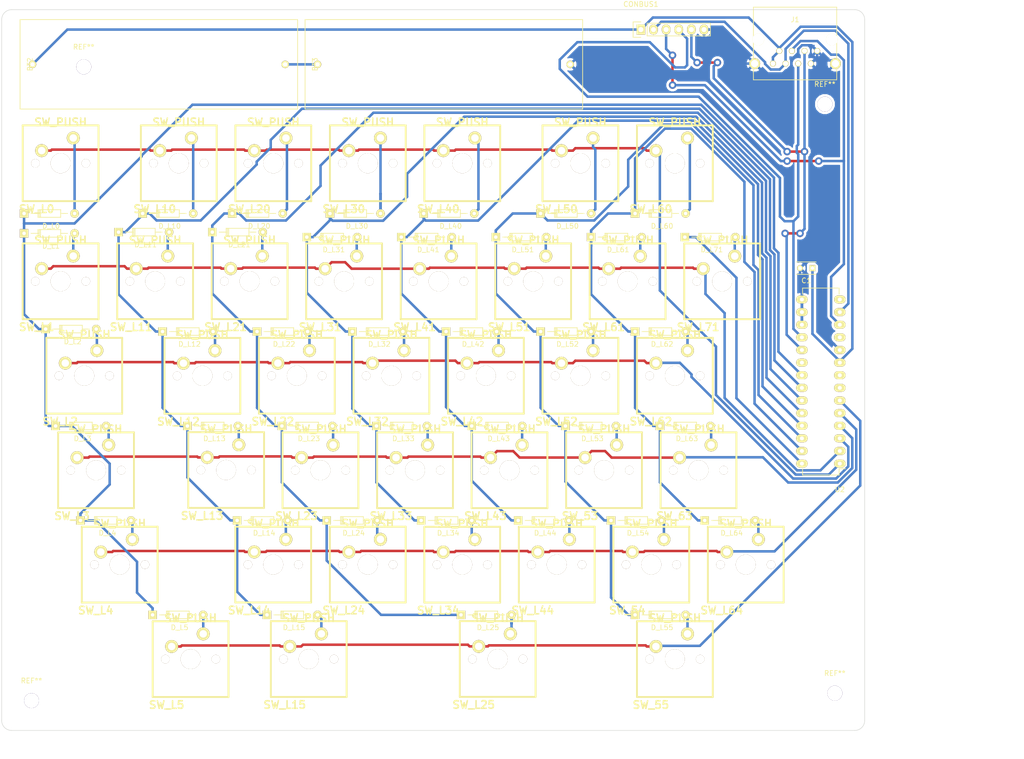
<source format=kicad_pcb>
(kicad_pcb (version 4) (host pcbnew 4.0.7)
  (layers (0 F.Cu signal) (31 B.Cu signal) (34 B.Paste user) (35 F.Paste user) (36 B.SilkS user) (37 F.SilkS user) (38 B.Mask user) (39 F.Mask user) (44 Edge.Cuts user))
  (net 0 "")
  (net 1 VDD)
  (net 2 SDA)
  (net 3 SCL)
  (net 4 RESET)
  (net 5 INT)
  (net 6 GND)
  (net 7 "Net-(D_L0-Pad2)")
  (net 8 /KeyModule-L/COL0)
  (net 9 "Net-(D_L1-Pad2)")
  (net 10 "Net-(D_L2-Pad2)")
  (net 11 "Net-(D_L3-Pad2)")
  (net 12 "Net-(D_L4-Pad2)")
  (net 13 "Net-(D_L5-Pad2)")
  (net 14 "Net-(D_L10-Pad2)")
  (net 15 /KeyModule-L/COL1)
  (net 16 "Net-(D_L11-Pad2)")
  (net 17 "Net-(D_L12-Pad2)")
  (net 18 "Net-(D_L13-Pad2)")
  (net 19 "Net-(D_L14-Pad2)")
  (net 20 "Net-(D_L15-Pad2)")
  (net 21 "Net-(D_L20-Pad2)")
  (net 22 /KeyModule-L/COL2)
  (net 23 "Net-(D_L21-Pad2)")
  (net 24 "Net-(D_L22-Pad2)")
  (net 25 "Net-(D_L23-Pad2)")
  (net 26 "Net-(D_L24-Pad2)")
  (net 27 "Net-(D_L25-Pad2)")
  (net 28 "Net-(D_L30-Pad2)")
  (net 29 /KeyModule-L/COL3)
  (net 30 "Net-(D_L31-Pad2)")
  (net 31 "Net-(D_L32-Pad2)")
  (net 32 "Net-(D_L33-Pad2)")
  (net 33 "Net-(D_L34-Pad2)")
  (net 34 "Net-(D_L40-Pad2)")
  (net 35 /KeyModule-L/COL4)
  (net 36 "Net-(D_L41-Pad2)")
  (net 37 "Net-(D_L42-Pad2)")
  (net 38 "Net-(D_L43-Pad2)")
  (net 39 "Net-(D_L44-Pad2)")
  (net 40 "Net-(D_L50-Pad2)")
  (net 41 /KeyModule-L/COL5)
  (net 42 "Net-(D_L51-Pad2)")
  (net 43 "Net-(D_L52-Pad2)")
  (net 44 "Net-(D_L53-Pad2)")
  (net 45 "Net-(D_L54-Pad2)")
  (net 46 "Net-(D_L55-Pad2)")
  (net 47 "Net-(D_L60-Pad2)")
  (net 48 /KeyModule-L/COL6)
  (net 49 "Net-(D_L61-Pad2)")
  (net 50 "Net-(D_L62-Pad2)")
  (net 51 "Net-(D_L63-Pad2)")
  (net 52 "Net-(D_L64-Pad2)")
  (net 53 "Net-(D_L71-Pad2)")
  (net 54 /KeyModule-L/COL7)
  (net 55 /KeyModule-L/ROW3)
  (net 56 /KeyModule-L/ROW4)
  (net 57 /KeyModule-L/ROW5)
  (net 58 /KeyModule-L/ROW0)
  (net 59 /KeyModule-L/ROW1)
  (net 60 /KeyModule-L/ROW2)
  (net 61 "Net-(U2-Pad7)")
  (net 62 "Net-(U2-Pad8)")
  (net 63 "Net-(U2-Pad11)")
  (net 64 "Net-(U2-Pad14)")
  (net 65 "Net-(U2-Pad20)")
  (net 66 "Net-(BT2-Pad2)")
  (module Mounting_Holes:MountingHole_3mm (layer F.Cu) (at 200 33)
    (fp_text reference REF** (at 0 -4.0005) (layer F.SilkS))
    (fp_text value MountingHole_3mm)
    (pad 1 thru_hole circle (at 0 0) (size 3 3) (drill 3) (layers))
  )
  (module Mounting_Holes:MountingHole_3mm (layer F.Cu) (at 51 25.5)
    (fp_text reference REF** (at 0 -4.0005) (layer F.SilkS))
    (fp_text value MountingHole_3mm)
    (pad 1 thru_hole circle (at 0 0) (size 3 3) (drill 3) (layers))
  )
  (module Mounting_Holes:MountingHole_3mm (layer F.Cu) (at 40.5 153)
    (fp_text reference REF** (at 0 -4.0005) (layer F.SilkS))
    (fp_text value MountingHole_3mm)
    (pad 1 thru_hole circle (at 0 0) (size 3 3) (drill 3) (layers))
  )
  (module myfootprint:MX1A (layer F.Cu) (at 46.35 44.89)
    (fp_text reference SW_L0 (at -4.826 9.2075) (layer F.SilkS) (effects (font (thickness 0.3048))))
    (fp_text value SW_PUSH (at 0 -8.255) (layer F.SilkS) (effects (font (thickness 0.3048))))
    (pad 0 thru_hole circle (at 0 0) (size 3.98018 3.98018) (drill 3.98018) (layers *.Cu *.Mask F.SilkS))
    (pad 2 thru_hole circle (at 2.54 -5.08) (size 2.6 2.6) (drill 1.5011) (layers *.Cu *.Mask F.SilkS) (net 7 "Net-(D_L0-Pad2)"))
    (pad 1 thru_hole circle (at -3.81 -2.54) (size 2.6 2.6) (drill 1.5011) (layers *.Cu *.Mask F.SilkS) (net 58 /KeyModule-L/ROW0))
    (pad "" thru_hole circle (at -5.08 0) (size 1.69926 1.69926) (drill 1.69926) (layers *.Cu *.Mask F.SilkS))
    (pad "" thru_hole circle (at 5.08 0) (size 1.69926 1.69926) (drill 1.69926) (layers *.Cu *.Mask F.SilkS))
  )
  (module myfootprint:MX1A (layer F.Cu) (at 65.35 68.64)
    (fp_text reference SW_L11 (at -4.826 9.2075) (layer F.SilkS) (effects (font (thickness 0.3048))))
    (fp_text value SW_PUSH (at 0 -8.255) (layer F.SilkS) (effects (font (thickness 0.3048))))
    (pad 0 thru_hole circle (at 0 0) (size 3.98018 3.98018) (drill 3.98018) (layers *.Cu *.Mask F.SilkS))
    (pad 2 thru_hole circle (at 2.54 -5.08) (size 2.6 2.6) (drill 1.5011) (layers *.Cu *.Mask F.SilkS) (net 16 "Net-(D_L11-Pad2)"))
    (pad 1 thru_hole circle (at -3.81 -2.54) (size 2.6 2.6) (drill 1.5011) (layers *.Cu *.Mask F.SilkS) (net 59 /KeyModule-L/ROW1))
    (pad "" thru_hole circle (at -5.08 0) (size 1.69926 1.69926) (drill 1.69926) (layers *.Cu *.Mask F.SilkS))
    (pad "" thru_hole circle (at 5.08 0) (size 1.69926 1.69926) (drill 1.69926) (layers *.Cu *.Mask F.SilkS))
  )
  (module Socket_Strips:Socket_Strip_Straight_1x06 (layer F.Cu) (at 163 18)
    (fp_text reference CONBUS1 (at 0 -5.1) (layer F.SilkS))
    (fp_text value CONN_01X06)
    (pad 1 thru_hole rect (at 0 0) (size 1.7272 2.032) (drill 1.016) (layers *.Cu *.Mask F.SilkS) (net 1 VDD))
    (pad 2 thru_hole oval (at 2.54 0) (size 1.7272 2.032) (drill 1.016) (layers *.Cu *.Mask F.SilkS) (net 2 SDA))
    (pad 3 thru_hole oval (at 5.08 0) (size 1.7272 2.032) (drill 1.016) (layers *.Cu *.Mask F.SilkS) (net 3 SCL))
    (pad 4 thru_hole oval (at 7.62 0) (size 1.7272 2.032) (drill 1.016) (layers *.Cu *.Mask F.SilkS) (net 4 RESET))
    (pad 5 thru_hole oval (at 10.16 0) (size 1.7272 2.032) (drill 1.016) (layers *.Cu *.Mask F.SilkS) (net 5 INT))
    (pad 6 thru_hole oval (at 12.7 0) (size 1.7272 2.032) (drill 1.016) (layers *.Cu *.Mask F.SilkS) (net 6 GND))
  )
  (module Diodes_ThroughHole:Diode_DO-35_SOD27_Horizontal_RM10 (layer F.Cu) (at 38.9995 55.0025)
    (fp_text reference D_L0 (at 5.43052 2.53746) (layer F.SilkS))
    (fp_text value D)
    (pad 2 thru_hole circle (at 10.16052 -0.00254 180) (size 1.69926 1.69926) (drill 0.70104) (layers *.Cu *.Mask F.SilkS) (net 7 "Net-(D_L0-Pad2)"))
    (pad 1 thru_hole rect (at 0.00052 -0.00254 180) (size 1.69926 1.69926) (drill 0.70104) (layers *.Cu *.Mask F.SilkS) (net 8 /KeyModule-L/COL0))
  )
  (module Diodes_ThroughHole:Diode_DO-35_SOD27_Horizontal_RM10 (layer F.Cu) (at 38.9995 59.0025)
    (fp_text reference D_L1 (at 5.43052 2.53746) (layer F.SilkS))
    (fp_text value D)
    (pad 2 thru_hole circle (at 10.16052 -0.00254 180) (size 1.69926 1.69926) (drill 0.70104) (layers *.Cu *.Mask F.SilkS) (net 9 "Net-(D_L1-Pad2)"))
    (pad 1 thru_hole rect (at 0.00052 -0.00254 180) (size 1.69926 1.69926) (drill 0.70104) (layers *.Cu *.Mask F.SilkS) (net 8 /KeyModule-L/COL0))
  )
  (module Diodes_ThroughHole:Diode_DO-35_SOD27_Horizontal_RM10 (layer F.Cu) (at 43.3395 78.2525)
    (fp_text reference D_L2 (at 5.43052 2.53746) (layer F.SilkS))
    (fp_text value D)
    (pad 2 thru_hole circle (at 10.16052 -0.00254 180) (size 1.69926 1.69926) (drill 0.70104) (layers *.Cu *.Mask F.SilkS) (net 10 "Net-(D_L2-Pad2)"))
    (pad 1 thru_hole rect (at 0.00052 -0.00254 180) (size 1.69926 1.69926) (drill 0.70104) (layers *.Cu *.Mask F.SilkS) (net 8 /KeyModule-L/COL0))
  )
  (module Diodes_ThroughHole:Diode_DO-35_SOD27_Horizontal_RM10 (layer F.Cu) (at 45.3395 97.7525)
    (fp_text reference D_L3 (at 5.43052 2.53746) (layer F.SilkS))
    (fp_text value D)
    (pad 2 thru_hole circle (at 10.16052 -0.00254 180) (size 1.69926 1.69926) (drill 0.70104) (layers *.Cu *.Mask F.SilkS) (net 11 "Net-(D_L3-Pad2)"))
    (pad 1 thru_hole rect (at 0.00052 -0.00254 180) (size 1.69926 1.69926) (drill 0.70104) (layers *.Cu *.Mask F.SilkS) (net 8 /KeyModule-L/COL0))
  )
  (module Diodes_ThroughHole:Diode_DO-35_SOD27_Horizontal_RM10 (layer F.Cu) (at 50.3395 116.753)
    (fp_text reference D_L4 (at 5.43052 2.53746) (layer F.SilkS))
    (fp_text value D)
    (pad 2 thru_hole circle (at 10.16052 -0.00254 180) (size 1.69926 1.69926) (drill 0.70104) (layers *.Cu *.Mask F.SilkS) (net 12 "Net-(D_L4-Pad2)"))
    (pad 1 thru_hole rect (at 0.00052 -0.00254 180) (size 1.69926 1.69926) (drill 0.70104) (layers *.Cu *.Mask F.SilkS) (net 8 /KeyModule-L/COL0))
  )
  (module Diodes_ThroughHole:Diode_DO-35_SOD27_Horizontal_RM10 (layer F.Cu) (at 64.8395 135.753)
    (fp_text reference D_L5 (at 5.43052 2.53746) (layer F.SilkS))
    (fp_text value D)
    (pad 2 thru_hole circle (at 10.16052 -0.00254 180) (size 1.69926 1.69926) (drill 0.70104) (layers *.Cu *.Mask F.SilkS) (net 13 "Net-(D_L5-Pad2)"))
    (pad 1 thru_hole rect (at 0.00052 -0.00254 180) (size 1.69926 1.69926) (drill 0.70104) (layers *.Cu *.Mask F.SilkS) (net 8 /KeyModule-L/COL0))
  )
  (module Diodes_ThroughHole:Diode_DO-35_SOD27_Horizontal_RM10 (layer F.Cu) (at 62.8395 55.0025)
    (fp_text reference D_L10 (at 5.43052 2.53746) (layer F.SilkS))
    (fp_text value D)
    (pad 2 thru_hole circle (at 10.16052 -0.00254 180) (size 1.69926 1.69926) (drill 0.70104) (layers *.Cu *.Mask F.SilkS) (net 14 "Net-(D_L10-Pad2)"))
    (pad 1 thru_hole rect (at 0.00052 -0.00254 180) (size 1.69926 1.69926) (drill 0.70104) (layers *.Cu *.Mask F.SilkS) (net 15 /KeyModule-L/COL1))
  )
  (module Diodes_ThroughHole:Diode_DO-35_SOD27_Horizontal_RM10 (layer F.Cu) (at 57.9995 58.7525)
    (fp_text reference D_L11 (at 5.43052 2.53746) (layer F.SilkS))
    (fp_text value D)
    (pad 2 thru_hole circle (at 10.16052 -0.00254 180) (size 1.69926 1.69926) (drill 0.70104) (layers *.Cu *.Mask F.SilkS) (net 16 "Net-(D_L11-Pad2)"))
    (pad 1 thru_hole rect (at 0.00052 -0.00254 180) (size 1.69926 1.69926) (drill 0.70104) (layers *.Cu *.Mask F.SilkS) (net 15 /KeyModule-L/COL1))
  )
  (module Diodes_ThroughHole:Diode_DO-35_SOD27_Horizontal_RM10 (layer F.Cu) (at 66.8395 78.7525)
    (fp_text reference D_L12 (at 5.43052 2.53746) (layer F.SilkS))
    (fp_text value D)
    (pad 2 thru_hole circle (at 10.16052 -0.00254 180) (size 1.69926 1.69926) (drill 0.70104) (layers *.Cu *.Mask F.SilkS) (net 17 "Net-(D_L12-Pad2)"))
    (pad 1 thru_hole rect (at 0.00052 -0.00254 180) (size 1.69926 1.69926) (drill 0.70104) (layers *.Cu *.Mask F.SilkS) (net 15 /KeyModule-L/COL1))
  )
  (module Diodes_ThroughHole:Diode_DO-35_SOD27_Horizontal_RM10 (layer F.Cu) (at 71.8395 97.7525)
    (fp_text reference D_L13 (at 5.43052 2.53746) (layer F.SilkS))
    (fp_text value D)
    (pad 2 thru_hole circle (at 10.16052 -0.00254 180) (size 1.69926 1.69926) (drill 0.70104) (layers *.Cu *.Mask F.SilkS) (net 18 "Net-(D_L13-Pad2)"))
    (pad 1 thru_hole rect (at 0.00052 -0.00254 180) (size 1.69926 1.69926) (drill 0.70104) (layers *.Cu *.Mask F.SilkS) (net 15 /KeyModule-L/COL1))
  )
  (module Diodes_ThroughHole:Diode_DO-35_SOD27_Horizontal_RM10 (layer F.Cu) (at 81.8395 116.753)
    (fp_text reference D_L14 (at 5.43052 2.53746) (layer F.SilkS))
    (fp_text value D)
    (pad 2 thru_hole circle (at 10.16052 -0.00254 180) (size 1.69926 1.69926) (drill 0.70104) (layers *.Cu *.Mask F.SilkS) (net 19 "Net-(D_L14-Pad2)"))
    (pad 1 thru_hole rect (at 0.00052 -0.00254 180) (size 1.69926 1.69926) (drill 0.70104) (layers *.Cu *.Mask F.SilkS) (net 15 /KeyModule-L/COL1))
  )
  (module Diodes_ThroughHole:Diode_DO-35_SOD27_Horizontal_RM10 (layer F.Cu) (at 87.8395 135.753)
    (fp_text reference D_L15 (at 5.43052 2.53746) (layer F.SilkS))
    (fp_text value D)
    (pad 2 thru_hole circle (at 10.16052 -0.00254 180) (size 1.69926 1.69926) (drill 0.70104) (layers *.Cu *.Mask F.SilkS) (net 20 "Net-(D_L15-Pad2)"))
    (pad 1 thru_hole rect (at 0.00052 -0.00254 180) (size 1.69926 1.69926) (drill 0.70104) (layers *.Cu *.Mask F.SilkS) (net 15 /KeyModule-L/COL1))
  )
  (module Diodes_ThroughHole:Diode_DO-35_SOD27_Horizontal_RM10 (layer F.Cu) (at 80.8395 55.0025)
    (fp_text reference D_L20 (at 5.43052 2.53746) (layer F.SilkS))
    (fp_text value D)
    (pad 2 thru_hole circle (at 10.16052 -0.00254 180) (size 1.69926 1.69926) (drill 0.70104) (layers *.Cu *.Mask F.SilkS) (net 21 "Net-(D_L20-Pad2)"))
    (pad 1 thru_hole rect (at 0.00052 -0.00254 180) (size 1.69926 1.69926) (drill 0.70104) (layers *.Cu *.Mask F.SilkS) (net 22 /KeyModule-L/COL2))
  )
  (module Diodes_ThroughHole:Diode_DO-35_SOD27_Horizontal_RM10 (layer F.Cu) (at 76.8395 58.7525)
    (fp_text reference D_L21 (at 5.43052 2.53746) (layer F.SilkS))
    (fp_text value D)
    (pad 2 thru_hole circle (at 10.16052 -0.00254 180) (size 1.69926 1.69926) (drill 0.70104) (layers *.Cu *.Mask F.SilkS) (net 23 "Net-(D_L21-Pad2)"))
    (pad 1 thru_hole rect (at 0.00052 -0.00254 180) (size 1.69926 1.69926) (drill 0.70104) (layers *.Cu *.Mask F.SilkS) (net 22 /KeyModule-L/COL2))
  )
  (module Diodes_ThroughHole:Diode_DO-35_SOD27_Horizontal_RM10 (layer F.Cu) (at 85.8395 78.7525)
    (fp_text reference D_L22 (at 5.43052 2.53746) (layer F.SilkS))
    (fp_text value D)
    (pad 2 thru_hole circle (at 10.16052 -0.00254 180) (size 1.69926 1.69926) (drill 0.70104) (layers *.Cu *.Mask F.SilkS) (net 24 "Net-(D_L22-Pad2)"))
    (pad 1 thru_hole rect (at 0.00052 -0.00254 180) (size 1.69926 1.69926) (drill 0.70104) (layers *.Cu *.Mask F.SilkS) (net 22 /KeyModule-L/COL2))
  )
  (module Diodes_ThroughHole:Diode_DO-35_SOD27_Horizontal_RM10 (layer F.Cu) (at 90.8395 97.7525)
    (fp_text reference D_L23 (at 5.43052 2.53746) (layer F.SilkS))
    (fp_text value D)
    (pad 2 thru_hole circle (at 10.16052 -0.00254 180) (size 1.69926 1.69926) (drill 0.70104) (layers *.Cu *.Mask F.SilkS) (net 25 "Net-(D_L23-Pad2)"))
    (pad 1 thru_hole rect (at 0.00052 -0.00254 180) (size 1.69926 1.69926) (drill 0.70104) (layers *.Cu *.Mask F.SilkS) (net 22 /KeyModule-L/COL2))
  )
  (module Diodes_ThroughHole:Diode_DO-35_SOD27_Horizontal_RM10 (layer F.Cu) (at 99.8395 116.753)
    (fp_text reference D_L24 (at 5.43052 2.53746) (layer F.SilkS))
    (fp_text value D)
    (pad 2 thru_hole circle (at 10.16052 -0.00254 180) (size 1.69926 1.69926) (drill 0.70104) (layers *.Cu *.Mask F.SilkS) (net 26 "Net-(D_L24-Pad2)"))
    (pad 1 thru_hole rect (at 0.00052 -0.00254 180) (size 1.69926 1.69926) (drill 0.70104) (layers *.Cu *.Mask F.SilkS) (net 22 /KeyModule-L/COL2))
  )
  (module Diodes_ThroughHole:Diode_DO-35_SOD27_Horizontal_RM10 (layer F.Cu) (at 126.839 135.753)
    (fp_text reference D_L25 (at 5.43052 2.53746) (layer F.SilkS))
    (fp_text value D)
    (pad 2 thru_hole circle (at 10.16052 -0.00254 180) (size 1.69926 1.69926) (drill 0.70104) (layers *.Cu *.Mask F.SilkS) (net 27 "Net-(D_L25-Pad2)"))
    (pad 1 thru_hole rect (at 0.00052 -0.00254 180) (size 1.69926 1.69926) (drill 0.70104) (layers *.Cu *.Mask F.SilkS) (net 22 /KeyModule-L/COL2))
  )
  (module Diodes_ThroughHole:Diode_DO-35_SOD27_Horizontal_RM10 (layer F.Cu) (at 100.499 55.0025)
    (fp_text reference D_L30 (at 5.43052 2.53746) (layer F.SilkS))
    (fp_text value D)
    (pad 2 thru_hole circle (at 10.16052 -0.00254 180) (size 1.69926 1.69926) (drill 0.70104) (layers *.Cu *.Mask F.SilkS) (net 28 "Net-(D_L30-Pad2)"))
    (pad 1 thru_hole rect (at 0.00052 -0.00254 180) (size 1.69926 1.69926) (drill 0.70104) (layers *.Cu *.Mask F.SilkS) (net 29 /KeyModule-L/COL3))
  )
  (module Diodes_ThroughHole:Diode_DO-35_SOD27_Horizontal_RM10 (layer F.Cu) (at 95.8395 59.7525)
    (fp_text reference D_L31 (at 5.43052 2.53746) (layer F.SilkS))
    (fp_text value D)
    (pad 2 thru_hole circle (at 10.16052 -0.00254 180) (size 1.69926 1.69926) (drill 0.70104) (layers *.Cu *.Mask F.SilkS) (net 30 "Net-(D_L31-Pad2)"))
    (pad 1 thru_hole rect (at 0.00052 -0.00254 180) (size 1.69926 1.69926) (drill 0.70104) (layers *.Cu *.Mask F.SilkS) (net 29 /KeyModule-L/COL3))
  )
  (module Diodes_ThroughHole:Diode_DO-35_SOD27_Horizontal_RM10 (layer F.Cu) (at 104.999 78.7525)
    (fp_text reference D_L32 (at 5.43052 2.53746) (layer F.SilkS))
    (fp_text value D)
    (pad 2 thru_hole circle (at 10.16052 -0.00254 180) (size 1.69926 1.69926) (drill 0.70104) (layers *.Cu *.Mask F.SilkS) (net 31 "Net-(D_L32-Pad2)"))
    (pad 1 thru_hole rect (at 0.00052 -0.00254 180) (size 1.69926 1.69926) (drill 0.70104) (layers *.Cu *.Mask F.SilkS) (net 29 /KeyModule-L/COL3))
  )
  (module Diodes_ThroughHole:Diode_DO-35_SOD27_Horizontal_RM10 (layer F.Cu) (at 109.839 97.7525)
    (fp_text reference D_L33 (at 5.43052 2.53746) (layer F.SilkS))
    (fp_text value D)
    (pad 2 thru_hole circle (at 10.16052 -0.00254 180) (size 1.69926 1.69926) (drill 0.70104) (layers *.Cu *.Mask F.SilkS) (net 32 "Net-(D_L33-Pad2)"))
    (pad 1 thru_hole rect (at 0.00052 -0.00254 180) (size 1.69926 1.69926) (drill 0.70104) (layers *.Cu *.Mask F.SilkS) (net 29 /KeyModule-L/COL3))
  )
  (module Diodes_ThroughHole:Diode_DO-35_SOD27_Horizontal_RM10 (layer F.Cu) (at 118.839 116.753)
    (fp_text reference D_L34 (at 5.43052 2.53746) (layer F.SilkS))
    (fp_text value D)
    (pad 2 thru_hole circle (at 10.16052 -0.00254 180) (size 1.69926 1.69926) (drill 0.70104) (layers *.Cu *.Mask F.SilkS) (net 33 "Net-(D_L34-Pad2)"))
    (pad 1 thru_hole rect (at 0.00052 -0.00254 180) (size 1.69926 1.69926) (drill 0.70104) (layers *.Cu *.Mask F.SilkS) (net 29 /KeyModule-L/COL3))
  )
  (module Diodes_ThroughHole:Diode_DO-35_SOD27_Horizontal_RM10 (layer F.Cu) (at 119.339 55.0025)
    (fp_text reference D_L40 (at 5.43052 2.53746) (layer F.SilkS))
    (fp_text value D)
    (pad 2 thru_hole circle (at 10.16052 -0.00254 180) (size 1.69926 1.69926) (drill 0.70104) (layers *.Cu *.Mask F.SilkS) (net 34 "Net-(D_L40-Pad2)"))
    (pad 1 thru_hole rect (at 0.00052 -0.00254 180) (size 1.69926 1.69926) (drill 0.70104) (layers *.Cu *.Mask F.SilkS) (net 35 /KeyModule-L/COL4))
  )
  (module Diodes_ThroughHole:Diode_DO-35_SOD27_Horizontal_RM10 (layer F.Cu) (at 114.839 59.7525)
    (fp_text reference D_L41 (at 5.43052 2.53746) (layer F.SilkS))
    (fp_text value D)
    (pad 2 thru_hole circle (at 10.16052 -0.00254 180) (size 1.69926 1.69926) (drill 0.70104) (layers *.Cu *.Mask F.SilkS) (net 36 "Net-(D_L41-Pad2)"))
    (pad 1 thru_hole rect (at 0.00052 -0.00254 180) (size 1.69926 1.69926) (drill 0.70104) (layers *.Cu *.Mask F.SilkS) (net 35 /KeyModule-L/COL4))
  )
  (module Diodes_ThroughHole:Diode_DO-35_SOD27_Horizontal_RM10 (layer F.Cu) (at 123.839 78.7525)
    (fp_text reference D_L42 (at 5.43052 2.53746) (layer F.SilkS))
    (fp_text value D)
    (pad 2 thru_hole circle (at 10.16052 -0.00254 180) (size 1.69926 1.69926) (drill 0.70104) (layers *.Cu *.Mask F.SilkS) (net 37 "Net-(D_L42-Pad2)"))
    (pad 1 thru_hole rect (at 0.00052 -0.00254 180) (size 1.69926 1.69926) (drill 0.70104) (layers *.Cu *.Mask F.SilkS) (net 35 /KeyModule-L/COL4))
  )
  (module Diodes_ThroughHole:Diode_DO-35_SOD27_Horizontal_RM10 (layer F.Cu) (at 128.999 97.7525)
    (fp_text reference D_L43 (at 5.43052 2.53746) (layer F.SilkS))
    (fp_text value D)
    (pad 2 thru_hole circle (at 10.16052 -0.00254 180) (size 1.69926 1.69926) (drill 0.70104) (layers *.Cu *.Mask F.SilkS) (net 38 "Net-(D_L43-Pad2)"))
    (pad 1 thru_hole rect (at 0.00052 -0.00254 180) (size 1.69926 1.69926) (drill 0.70104) (layers *.Cu *.Mask F.SilkS) (net 35 /KeyModule-L/COL4))
  )
  (module Diodes_ThroughHole:Diode_DO-35_SOD27_Horizontal_RM10 (layer F.Cu) (at 138.339 116.753)
    (fp_text reference D_L44 (at 5.43052 2.53746) (layer F.SilkS))
    (fp_text value D)
    (pad 2 thru_hole circle (at 10.16052 -0.00254 180) (size 1.69926 1.69926) (drill 0.70104) (layers *.Cu *.Mask F.SilkS) (net 39 "Net-(D_L44-Pad2)"))
    (pad 1 thru_hole rect (at 0.00052 -0.00254 180) (size 1.69926 1.69926) (drill 0.70104) (layers *.Cu *.Mask F.SilkS) (net 35 /KeyModule-L/COL4))
  )
  (module Diodes_ThroughHole:Diode_DO-35_SOD27_Horizontal_RM10 (layer F.Cu) (at 142.839 55.0025)
    (fp_text reference D_L50 (at 5.43052 2.53746) (layer F.SilkS))
    (fp_text value D)
    (pad 2 thru_hole circle (at 10.16052 -0.00254 180) (size 1.69926 1.69926) (drill 0.70104) (layers *.Cu *.Mask F.SilkS) (net 40 "Net-(D_L50-Pad2)"))
    (pad 1 thru_hole rect (at 0.00052 -0.00254 180) (size 1.69926 1.69926) (drill 0.70104) (layers *.Cu *.Mask F.SilkS) (net 41 /KeyModule-L/COL5))
  )
  (module Diodes_ThroughHole:Diode_DO-35_SOD27_Horizontal_RM10 (layer F.Cu) (at 133.839 59.7525)
    (fp_text reference D_L51 (at 5.43052 2.53746) (layer F.SilkS))
    (fp_text value D)
    (pad 2 thru_hole circle (at 10.16052 -0.00254 180) (size 1.69926 1.69926) (drill 0.70104) (layers *.Cu *.Mask F.SilkS) (net 42 "Net-(D_L51-Pad2)"))
    (pad 1 thru_hole rect (at 0.00052 -0.00254 180) (size 1.69926 1.69926) (drill 0.70104) (layers *.Cu *.Mask F.SilkS) (net 41 /KeyModule-L/COL5))
  )
  (module Diodes_ThroughHole:Diode_DO-35_SOD27_Horizontal_RM10 (layer F.Cu) (at 142.839 78.7525)
    (fp_text reference D_L52 (at 5.43052 2.53746) (layer F.SilkS))
    (fp_text value D)
    (pad 2 thru_hole circle (at 10.16052 -0.00254 180) (size 1.69926 1.69926) (drill 0.70104) (layers *.Cu *.Mask F.SilkS) (net 43 "Net-(D_L52-Pad2)"))
    (pad 1 thru_hole rect (at 0.00052 -0.00254 180) (size 1.69926 1.69926) (drill 0.70104) (layers *.Cu *.Mask F.SilkS) (net 41 /KeyModule-L/COL5))
  )
  (module Diodes_ThroughHole:Diode_DO-35_SOD27_Horizontal_RM10 (layer F.Cu) (at 147.839 97.7525)
    (fp_text reference D_L53 (at 5.43052 2.53746) (layer F.SilkS))
    (fp_text value D)
    (pad 2 thru_hole circle (at 10.16052 -0.00254 180) (size 1.69926 1.69926) (drill 0.70104) (layers *.Cu *.Mask F.SilkS) (net 44 "Net-(D_L53-Pad2)"))
    (pad 1 thru_hole rect (at 0.00052 -0.00254 180) (size 1.69926 1.69926) (drill 0.70104) (layers *.Cu *.Mask F.SilkS) (net 41 /KeyModule-L/COL5))
  )
  (module Diodes_ThroughHole:Diode_DO-35_SOD27_Horizontal_RM10 (layer F.Cu) (at 156.999 116.753)
    (fp_text reference D_L54 (at 5.43052 2.53746) (layer F.SilkS))
    (fp_text value D)
    (pad 2 thru_hole circle (at 10.16052 -0.00254 180) (size 1.69926 1.69926) (drill 0.70104) (layers *.Cu *.Mask F.SilkS) (net 45 "Net-(D_L54-Pad2)"))
    (pad 1 thru_hole rect (at 0.00052 -0.00254 180) (size 1.69926 1.69926) (drill 0.70104) (layers *.Cu *.Mask F.SilkS) (net 41 /KeyModule-L/COL5))
  )
  (module Diodes_ThroughHole:Diode_DO-35_SOD27_Horizontal_RM10 (layer F.Cu) (at 161.839 135.753)
    (fp_text reference D_L55 (at 5.43052 2.53746) (layer F.SilkS))
    (fp_text value D)
    (pad 2 thru_hole circle (at 10.16052 -0.00254 180) (size 1.69926 1.69926) (drill 0.70104) (layers *.Cu *.Mask F.SilkS) (net 46 "Net-(D_L55-Pad2)"))
    (pad 1 thru_hole rect (at 0.00052 -0.00254 180) (size 1.69926 1.69926) (drill 0.70104) (layers *.Cu *.Mask F.SilkS) (net 41 /KeyModule-L/COL5))
  )
  (module Diodes_ThroughHole:Diode_DO-35_SOD27_Horizontal_RM10 (layer F.Cu) (at 161.839 55.0025)
    (fp_text reference D_L60 (at 5.43052 2.53746) (layer F.SilkS))
    (fp_text value D)
    (pad 2 thru_hole circle (at 10.16052 -0.00254 180) (size 1.69926 1.69926) (drill 0.70104) (layers *.Cu *.Mask F.SilkS) (net 47 "Net-(D_L60-Pad2)"))
    (pad 1 thru_hole rect (at 0.00052 -0.00254 180) (size 1.69926 1.69926) (drill 0.70104) (layers *.Cu *.Mask F.SilkS) (net 48 /KeyModule-L/COL6))
  )
  (module Diodes_ThroughHole:Diode_DO-35_SOD27_Horizontal_RM10 (layer F.Cu) (at 152.999 59.7525)
    (fp_text reference D_L61 (at 5.43052 2.53746) (layer F.SilkS))
    (fp_text value D)
    (pad 2 thru_hole circle (at 10.16052 -0.00254 180) (size 1.69926 1.69926) (drill 0.70104) (layers *.Cu *.Mask F.SilkS) (net 49 "Net-(D_L61-Pad2)"))
    (pad 1 thru_hole rect (at 0.00052 -0.00254 180) (size 1.69926 1.69926) (drill 0.70104) (layers *.Cu *.Mask F.SilkS) (net 48 /KeyModule-L/COL6))
  )
  (module Diodes_ThroughHole:Diode_DO-35_SOD27_Horizontal_RM10 (layer F.Cu) (at 161.839 78.7525)
    (fp_text reference D_L62 (at 5.43052 2.53746) (layer F.SilkS))
    (fp_text value D)
    (pad 2 thru_hole circle (at 10.16052 -0.00254 180) (size 1.69926 1.69926) (drill 0.70104) (layers *.Cu *.Mask F.SilkS) (net 50 "Net-(D_L62-Pad2)"))
    (pad 1 thru_hole rect (at 0.00052 -0.00254 180) (size 1.69926 1.69926) (drill 0.70104) (layers *.Cu *.Mask F.SilkS) (net 48 /KeyModule-L/COL6))
  )
  (module Diodes_ThroughHole:Diode_DO-35_SOD27_Horizontal_RM10 (layer F.Cu) (at 166.839 97.7525)
    (fp_text reference D_L63 (at 5.43052 2.53746) (layer F.SilkS))
    (fp_text value D)
    (pad 2 thru_hole circle (at 10.16052 -0.00254 180) (size 1.69926 1.69926) (drill 0.70104) (layers *.Cu *.Mask F.SilkS) (net 51 "Net-(D_L63-Pad2)"))
    (pad 1 thru_hole rect (at 0.00052 -0.00254 180) (size 1.69926 1.69926) (drill 0.70104) (layers *.Cu *.Mask F.SilkS) (net 48 /KeyModule-L/COL6))
  )
  (module Diodes_ThroughHole:Diode_DO-35_SOD27_Horizontal_RM10 (layer F.Cu) (at 175.839 116.753)
    (fp_text reference D_L64 (at 5.43052 2.53746) (layer F.SilkS))
    (fp_text value D)
    (pad 2 thru_hole circle (at 10.16052 -0.00254 180) (size 1.69926 1.69926) (drill 0.70104) (layers *.Cu *.Mask F.SilkS) (net 52 "Net-(D_L64-Pad2)"))
    (pad 1 thru_hole rect (at 0.00052 -0.00254 180) (size 1.69926 1.69926) (drill 0.70104) (layers *.Cu *.Mask F.SilkS) (net 48 /KeyModule-L/COL6))
  )
  (module Diodes_ThroughHole:Diode_DO-35_SOD27_Horizontal_RM10 (layer F.Cu) (at 171.839 59.7525)
    (fp_text reference D_L71 (at 5.43052 2.53746) (layer F.SilkS))
    (fp_text value D)
    (pad 2 thru_hole circle (at 10.16052 -0.00254 180) (size 1.69926 1.69926) (drill 0.70104) (layers *.Cu *.Mask F.SilkS) (net 53 "Net-(D_L71-Pad2)"))
    (pad 1 thru_hole rect (at 0.00052 -0.00254 180) (size 1.69926 1.69926) (drill 0.70104) (layers *.Cu *.Mask F.SilkS) (net 54 /KeyModule-L/COL7))
  )
  (module Housings_DIP:DIP-28_W7.62mm_LongPads (layer F.Cu) (at 203 105.32 180)
    (fp_text reference U2 (at 0 -5.22 180) (layer F.SilkS))
    (fp_text value MCP23017)
    (pad 1 thru_hole oval (at 0 0 180) (size 2.3 1.6) (drill 0.8) (layers *.Cu *.Mask F.SilkS) (net 58 /KeyModule-L/ROW0))
    (pad 2 thru_hole oval (at 0 2.54 180) (size 2.3 1.6) (drill 0.8) (layers *.Cu *.Mask F.SilkS) (net 59 /KeyModule-L/ROW1))
    (pad 3 thru_hole oval (at 0 5.08 180) (size 2.3 1.6) (drill 0.8) (layers *.Cu *.Mask F.SilkS) (net 60 /KeyModule-L/ROW2))
    (pad 4 thru_hole oval (at 0 7.62 180) (size 2.3 1.6) (drill 0.8) (layers *.Cu *.Mask F.SilkS) (net 55 /KeyModule-L/ROW3))
    (pad 5 thru_hole oval (at 0 10.16 180) (size 2.3 1.6) (drill 0.8) (layers *.Cu *.Mask F.SilkS) (net 56 /KeyModule-L/ROW4))
    (pad 6 thru_hole oval (at 0 12.7 180) (size 2.3 1.6) (drill 0.8) (layers *.Cu *.Mask F.SilkS) (net 57 /KeyModule-L/ROW5))
    (pad 7 thru_hole oval (at 0 15.24 180) (size 2.3 1.6) (drill 0.8) (layers *.Cu *.Mask F.SilkS) (net 61 "Net-(U2-Pad7)"))
    (pad 8 thru_hole oval (at 0 17.78 180) (size 2.3 1.6) (drill 0.8) (layers *.Cu *.Mask F.SilkS) (net 62 "Net-(U2-Pad8)"))
    (pad 9 thru_hole oval (at 0 20.32 180) (size 2.3 1.6) (drill 0.8) (layers *.Cu *.Mask F.SilkS) (net 1 VDD))
    (pad 10 thru_hole oval (at 0 22.86 180) (size 2.3 1.6) (drill 0.8) (layers *.Cu *.Mask F.SilkS) (net 6 GND))
    (pad 11 thru_hole oval (at 0 25.4 180) (size 2.3 1.6) (drill 0.8) (layers *.Cu *.Mask F.SilkS) (net 63 "Net-(U2-Pad11)"))
    (pad 12 thru_hole oval (at 0 27.94 180) (size 2.3 1.6) (drill 0.8) (layers *.Cu *.Mask F.SilkS) (net 3 SCL))
    (pad 13 thru_hole oval (at 0 30.48 180) (size 2.3 1.6) (drill 0.8) (layers *.Cu *.Mask F.SilkS) (net 2 SDA))
    (pad 14 thru_hole oval (at 0 33.02 180) (size 2.3 1.6) (drill 0.8) (layers *.Cu *.Mask F.SilkS) (net 64 "Net-(U2-Pad14)"))
    (pad 15 thru_hole oval (at 7.62 33.02 180) (size 2.3 1.6) (drill 0.8) (layers *.Cu *.Mask F.SilkS) (net 6 GND))
    (pad 16 thru_hole oval (at 7.62 30.48 180) (size 2.3 1.6) (drill 0.8) (layers *.Cu *.Mask F.SilkS) (net 6 GND))
    (pad 17 thru_hole oval (at 7.62 27.94 180) (size 2.3 1.6) (drill 0.8) (layers *.Cu *.Mask F.SilkS) (net 6 GND))
    (pad 18 thru_hole oval (at 7.62 25.4 180) (size 2.3 1.6) (drill 0.8) (layers *.Cu *.Mask F.SilkS) (net 4 RESET))
    (pad 19 thru_hole oval (at 7.62 22.86 180) (size 2.3 1.6) (drill 0.8) (layers *.Cu *.Mask F.SilkS) (net 5 INT))
    (pad 20 thru_hole oval (at 7.62 20.32 180) (size 2.3 1.6) (drill 0.8) (layers *.Cu *.Mask F.SilkS) (net 65 "Net-(U2-Pad20)"))
    (pad 21 thru_hole oval (at 7.62 17.78 180) (size 2.3 1.6) (drill 0.8) (layers *.Cu *.Mask F.SilkS) (net 8 /KeyModule-L/COL0))
    (pad 22 thru_hole oval (at 7.62 15.24 180) (size 2.3 1.6) (drill 0.8) (layers *.Cu *.Mask F.SilkS) (net 15 /KeyModule-L/COL1))
    (pad 23 thru_hole oval (at 7.62 12.7 180) (size 2.3 1.6) (drill 0.8) (layers *.Cu *.Mask F.SilkS) (net 22 /KeyModule-L/COL2))
    (pad 24 thru_hole oval (at 7.62 10.16 180) (size 2.3 1.6) (drill 0.8) (layers *.Cu *.Mask F.SilkS) (net 29 /KeyModule-L/COL3))
    (pad 25 thru_hole oval (at 7.62 7.62 180) (size 2.3 1.6) (drill 0.8) (layers *.Cu *.Mask F.SilkS) (net 35 /KeyModule-L/COL4))
    (pad 26 thru_hole oval (at 7.62 5.08 180) (size 2.3 1.6) (drill 0.8) (layers *.Cu *.Mask F.SilkS) (net 41 /KeyModule-L/COL5))
    (pad 27 thru_hole oval (at 7.62 2.54 180) (size 2.3 1.6) (drill 0.8) (layers *.Cu *.Mask F.SilkS) (net 48 /KeyModule-L/COL6))
    (pad 28 thru_hole oval (at 7.62 0 180) (size 2.3 1.6) (drill 0.8) (layers *.Cu *.Mask F.SilkS) (net 54 /KeyModule-L/COL7))
  )
  (module myfootprint:MX1A (layer F.Cu) (at 155.6 106.64)
    (fp_text reference SW_53 (at -4.826 9.2075) (layer F.SilkS) (effects (font (thickness 0.3048))))
    (fp_text value SW_PUSH (at 0 -8.255) (layer F.SilkS) (effects (font (thickness 0.3048))))
    (pad 0 thru_hole circle (at 0 0) (size 3.98018 3.98018) (drill 3.98018) (layers *.Cu *.Mask F.SilkS))
    (pad 2 thru_hole circle (at 2.54 -5.08) (size 2.6 2.6) (drill 1.5011) (layers *.Cu *.Mask F.SilkS) (net 44 "Net-(D_L53-Pad2)"))
    (pad 1 thru_hole circle (at -3.81 -2.54) (size 2.6 2.6) (drill 1.5011) (layers *.Cu *.Mask F.SilkS) (net 55 /KeyModule-L/ROW3))
    (pad "" thru_hole circle (at -5.08 0) (size 1.69926 1.69926) (drill 1.69926) (layers *.Cu *.Mask F.SilkS))
    (pad "" thru_hole circle (at 5.08 0) (size 1.69926 1.69926) (drill 1.69926) (layers *.Cu *.Mask F.SilkS))
  )
  (module myfootprint:MX1A (layer F.Cu) (at 165.1 125.64)
    (fp_text reference SW_54 (at -4.826 9.2075) (layer F.SilkS) (effects (font (thickness 0.3048))))
    (fp_text value SW_PUSH (at 0 -8.255) (layer F.SilkS) (effects (font (thickness 0.3048))))
    (pad 0 thru_hole circle (at 0 0) (size 3.98018 3.98018) (drill 3.98018) (layers *.Cu *.Mask F.SilkS))
    (pad 2 thru_hole circle (at 2.54 -5.08) (size 2.6 2.6) (drill 1.5011) (layers *.Cu *.Mask F.SilkS) (net 45 "Net-(D_L54-Pad2)"))
    (pad 1 thru_hole circle (at -3.81 -2.54) (size 2.6 2.6) (drill 1.5011) (layers *.Cu *.Mask F.SilkS) (net 56 /KeyModule-L/ROW4))
    (pad "" thru_hole circle (at -5.08 0) (size 1.69926 1.69926) (drill 1.69926) (layers *.Cu *.Mask F.SilkS))
    (pad "" thru_hole circle (at 5.08 0) (size 1.69926 1.69926) (drill 1.69926) (layers *.Cu *.Mask F.SilkS))
  )
  (module myfootprint:MX1A (layer F.Cu) (at 169.84 144.65)
    (fp_text reference SW_55 (at -4.826 9.2075) (layer F.SilkS) (effects (font (thickness 0.3048))))
    (fp_text value SW_PUSH (at 0 -8.255) (layer F.SilkS) (effects (font (thickness 0.3048))))
    (pad 0 thru_hole circle (at 0 0) (size 3.98018 3.98018) (drill 3.98018) (layers *.Cu *.Mask F.SilkS))
    (pad 2 thru_hole circle (at 2.54 -5.08) (size 2.6 2.6) (drill 1.5011) (layers *.Cu *.Mask F.SilkS) (net 46 "Net-(D_L55-Pad2)"))
    (pad 1 thru_hole circle (at -3.81 -2.54) (size 2.6 2.6) (drill 1.5011) (layers *.Cu *.Mask F.SilkS) (net 57 /KeyModule-L/ROW5))
    (pad "" thru_hole circle (at -5.08 0) (size 1.69926 1.69926) (drill 1.69926) (layers *.Cu *.Mask F.SilkS))
    (pad "" thru_hole circle (at 5.08 0) (size 1.69926 1.69926) (drill 1.69926) (layers *.Cu *.Mask F.SilkS))
  )
  (module myfootprint:MX1A (layer F.Cu) (at 174.59 106.65)
    (fp_text reference SW_63 (at -4.826 9.2075) (layer F.SilkS) (effects (font (thickness 0.3048))))
    (fp_text value SW_PUSH (at 0 -8.255) (layer F.SilkS) (effects (font (thickness 0.3048))))
    (pad 0 thru_hole circle (at 0 0) (size 3.98018 3.98018) (drill 3.98018) (layers *.Cu *.Mask F.SilkS))
    (pad 2 thru_hole circle (at 2.54 -5.08) (size 2.6 2.6) (drill 1.5011) (layers *.Cu *.Mask F.SilkS) (net 51 "Net-(D_L63-Pad2)"))
    (pad 1 thru_hole circle (at -3.81 -2.54) (size 2.6 2.6) (drill 1.5011) (layers *.Cu *.Mask F.SilkS) (net 55 /KeyModule-L/ROW3))
    (pad "" thru_hole circle (at -5.08 0) (size 1.69926 1.69926) (drill 1.69926) (layers *.Cu *.Mask F.SilkS))
    (pad "" thru_hole circle (at 5.08 0) (size 1.69926 1.69926) (drill 1.69926) (layers *.Cu *.Mask F.SilkS))
  )
  (module myfootprint:MX1A (layer F.Cu) (at 46.35 68.64)
    (fp_text reference SW_L1 (at -4.826 9.2075) (layer F.SilkS) (effects (font (thickness 0.3048))))
    (fp_text value SW_PUSH (at 0 -8.255) (layer F.SilkS) (effects (font (thickness 0.3048))))
    (pad 0 thru_hole circle (at 0 0) (size 3.98018 3.98018) (drill 3.98018) (layers *.Cu *.Mask F.SilkS))
    (pad 2 thru_hole circle (at 2.54 -5.08) (size 2.6 2.6) (drill 1.5011) (layers *.Cu *.Mask F.SilkS) (net 9 "Net-(D_L1-Pad2)"))
    (pad 1 thru_hole circle (at -3.81 -2.54) (size 2.6 2.6) (drill 1.5011) (layers *.Cu *.Mask F.SilkS) (net 59 /KeyModule-L/ROW1))
    (pad "" thru_hole circle (at -5.08 0) (size 1.69926 1.69926) (drill 1.69926) (layers *.Cu *.Mask F.SilkS))
    (pad "" thru_hole circle (at 5.08 0) (size 1.69926 1.69926) (drill 1.69926) (layers *.Cu *.Mask F.SilkS))
  )
  (module myfootprint:MX1A (layer F.Cu) (at 51.1 87.64)
    (fp_text reference SW_L2 (at -4.826 9.2075) (layer F.SilkS) (effects (font (thickness 0.3048))))
    (fp_text value SW_PUSH (at 0 -8.255) (layer F.SilkS) (effects (font (thickness 0.3048))))
    (pad 0 thru_hole circle (at 0 0) (size 3.98018 3.98018) (drill 3.98018) (layers *.Cu *.Mask F.SilkS))
    (pad 2 thru_hole circle (at 2.54 -5.08) (size 2.6 2.6) (drill 1.5011) (layers *.Cu *.Mask F.SilkS) (net 10 "Net-(D_L2-Pad2)"))
    (pad 1 thru_hole circle (at -3.81 -2.54) (size 2.6 2.6) (drill 1.5011) (layers *.Cu *.Mask F.SilkS) (net 60 /KeyModule-L/ROW2))
    (pad "" thru_hole circle (at -5.08 0) (size 1.69926 1.69926) (drill 1.69926) (layers *.Cu *.Mask F.SilkS))
    (pad "" thru_hole circle (at 5.08 0) (size 1.69926 1.69926) (drill 1.69926) (layers *.Cu *.Mask F.SilkS))
  )
  (module myfootprint:MX1A (layer F.Cu) (at 53.47 106.65)
    (fp_text reference SW_L3 (at -4.826 9.2075) (layer F.SilkS) (effects (font (thickness 0.3048))))
    (fp_text value SW_PUSH (at 0 -8.255) (layer F.SilkS) (effects (font (thickness 0.3048))))
    (pad 0 thru_hole circle (at 0 0) (size 3.98018 3.98018) (drill 3.98018) (layers *.Cu *.Mask F.SilkS))
    (pad 2 thru_hole circle (at 2.54 -5.08) (size 2.6 2.6) (drill 1.5011) (layers *.Cu *.Mask F.SilkS) (net 11 "Net-(D_L3-Pad2)"))
    (pad 1 thru_hole circle (at -3.81 -2.54) (size 2.6 2.6) (drill 1.5011) (layers *.Cu *.Mask F.SilkS) (net 55 /KeyModule-L/ROW3))
    (pad "" thru_hole circle (at -5.08 0) (size 1.69926 1.69926) (drill 1.69926) (layers *.Cu *.Mask F.SilkS))
    (pad "" thru_hole circle (at 5.08 0) (size 1.69926 1.69926) (drill 1.69926) (layers *.Cu *.Mask F.SilkS))
  )
  (module myfootprint:MX1A (layer F.Cu) (at 58.23 125.64)
    (fp_text reference SW_L4 (at -4.826 9.2075) (layer F.SilkS) (effects (font (thickness 0.3048))))
    (fp_text value SW_PUSH (at 0 -8.255) (layer F.SilkS) (effects (font (thickness 0.3048))))
    (pad 0 thru_hole circle (at 0 0) (size 3.98018 3.98018) (drill 3.98018) (layers *.Cu *.Mask F.SilkS))
    (pad 2 thru_hole circle (at 2.54 -5.08) (size 2.6 2.6) (drill 1.5011) (layers *.Cu *.Mask F.SilkS) (net 12 "Net-(D_L4-Pad2)"))
    (pad 1 thru_hole circle (at -3.81 -2.54) (size 2.6 2.6) (drill 1.5011) (layers *.Cu *.Mask F.SilkS) (net 56 /KeyModule-L/ROW4))
    (pad "" thru_hole circle (at -5.08 0) (size 1.69926 1.69926) (drill 1.69926) (layers *.Cu *.Mask F.SilkS))
    (pad "" thru_hole circle (at 5.08 0) (size 1.69926 1.69926) (drill 1.69926) (layers *.Cu *.Mask F.SilkS))
  )
  (module myfootprint:MX1A (layer F.Cu) (at 72.48 144.65)
    (fp_text reference SW_L5 (at -4.826 9.2075) (layer F.SilkS) (effects (font (thickness 0.3048))))
    (fp_text value SW_PUSH (at 0 -8.255) (layer F.SilkS) (effects (font (thickness 0.3048))))
    (pad 0 thru_hole circle (at 0 0) (size 3.98018 3.98018) (drill 3.98018) (layers *.Cu *.Mask F.SilkS))
    (pad 2 thru_hole circle (at 2.54 -5.08) (size 2.6 2.6) (drill 1.5011) (layers *.Cu *.Mask F.SilkS) (net 13 "Net-(D_L5-Pad2)"))
    (pad 1 thru_hole circle (at -3.81 -2.54) (size 2.6 2.6) (drill 1.5011) (layers *.Cu *.Mask F.SilkS) (net 57 /KeyModule-L/ROW5))
    (pad "" thru_hole circle (at -5.08 0) (size 1.69926 1.69926) (drill 1.69926) (layers *.Cu *.Mask F.SilkS))
    (pad "" thru_hole circle (at 5.08 0) (size 1.69926 1.69926) (drill 1.69926) (layers *.Cu *.Mask F.SilkS))
  )
  (module myfootprint:MX1A (layer F.Cu) (at 70.1 44.89)
    (fp_text reference SW_L10 (at -4.826 9.2075) (layer F.SilkS) (effects (font (thickness 0.3048))))
    (fp_text value SW_PUSH (at 0 -8.255) (layer F.SilkS) (effects (font (thickness 0.3048))))
    (pad 0 thru_hole circle (at 0 0) (size 3.98018 3.98018) (drill 3.98018) (layers *.Cu *.Mask F.SilkS))
    (pad 2 thru_hole circle (at 2.54 -5.08) (size 2.6 2.6) (drill 1.5011) (layers *.Cu *.Mask F.SilkS) (net 14 "Net-(D_L10-Pad2)"))
    (pad 1 thru_hole circle (at -3.81 -2.54) (size 2.6 2.6) (drill 1.5011) (layers *.Cu *.Mask F.SilkS) (net 58 /KeyModule-L/ROW0))
    (pad "" thru_hole circle (at -5.08 0) (size 1.69926 1.69926) (drill 1.69926) (layers *.Cu *.Mask F.SilkS))
    (pad "" thru_hole circle (at 5.08 0) (size 1.69926 1.69926) (drill 1.69926) (layers *.Cu *.Mask F.SilkS))
  )
  (module myfootprint:MX1A (layer F.Cu) (at 74.85 87.66)
    (fp_text reference SW_L12 (at -4.826 9.2075) (layer F.SilkS) (effects (font (thickness 0.3048))))
    (fp_text value SW_PUSH (at 0 -8.255) (layer F.SilkS) (effects (font (thickness 0.3048))))
    (pad 0 thru_hole circle (at 0 0) (size 3.98018 3.98018) (drill 3.98018) (layers *.Cu *.Mask F.SilkS))
    (pad 2 thru_hole circle (at 2.54 -5.08) (size 2.6 2.6) (drill 1.5011) (layers *.Cu *.Mask F.SilkS) (net 17 "Net-(D_L12-Pad2)"))
    (pad 1 thru_hole circle (at -3.81 -2.54) (size 2.6 2.6) (drill 1.5011) (layers *.Cu *.Mask F.SilkS) (net 60 /KeyModule-L/ROW2))
    (pad "" thru_hole circle (at -5.08 0) (size 1.69926 1.69926) (drill 1.69926) (layers *.Cu *.Mask F.SilkS))
    (pad "" thru_hole circle (at 5.08 0) (size 1.69926 1.69926) (drill 1.69926) (layers *.Cu *.Mask F.SilkS))
  )
  (module myfootprint:MX1A (layer F.Cu) (at 79.63 106.61)
    (fp_text reference SW_L13 (at -4.826 9.2075) (layer F.SilkS) (effects (font (thickness 0.3048))))
    (fp_text value SW_PUSH (at 0 -8.255) (layer F.SilkS) (effects (font (thickness 0.3048))))
    (pad 0 thru_hole circle (at 0 0) (size 3.98018 3.98018) (drill 3.98018) (layers *.Cu *.Mask F.SilkS))
    (pad 2 thru_hole circle (at 2.54 -5.08) (size 2.6 2.6) (drill 1.5011) (layers *.Cu *.Mask F.SilkS) (net 18 "Net-(D_L13-Pad2)"))
    (pad 1 thru_hole circle (at -3.81 -2.54) (size 2.6 2.6) (drill 1.5011) (layers *.Cu *.Mask F.SilkS) (net 55 /KeyModule-L/ROW3))
    (pad "" thru_hole circle (at -5.08 0) (size 1.69926 1.69926) (drill 1.69926) (layers *.Cu *.Mask F.SilkS))
    (pad "" thru_hole circle (at 5.08 0) (size 1.69926 1.69926) (drill 1.69926) (layers *.Cu *.Mask F.SilkS))
  )
  (module myfootprint:MX1A (layer F.Cu) (at 89.09 125.63)
    (fp_text reference SW_L14 (at -4.826 9.2075) (layer F.SilkS) (effects (font (thickness 0.3048))))
    (fp_text value SW_PUSH (at 0 -8.255) (layer F.SilkS) (effects (font (thickness 0.3048))))
    (pad 0 thru_hole circle (at 0 0) (size 3.98018 3.98018) (drill 3.98018) (layers *.Cu *.Mask F.SilkS))
    (pad 2 thru_hole circle (at 2.54 -5.08) (size 2.6 2.6) (drill 1.5011) (layers *.Cu *.Mask F.SilkS) (net 19 "Net-(D_L14-Pad2)"))
    (pad 1 thru_hole circle (at -3.81 -2.54) (size 2.6 2.6) (drill 1.5011) (layers *.Cu *.Mask F.SilkS) (net 56 /KeyModule-L/ROW4))
    (pad "" thru_hole circle (at -5.08 0) (size 1.69926 1.69926) (drill 1.69926) (layers *.Cu *.Mask F.SilkS))
    (pad "" thru_hole circle (at 5.08 0) (size 1.69926 1.69926) (drill 1.69926) (layers *.Cu *.Mask F.SilkS))
  )
  (module myfootprint:MX1A (layer F.Cu) (at 96.23 144.64)
    (fp_text reference SW_L15 (at -4.826 9.2075) (layer F.SilkS) (effects (font (thickness 0.3048))))
    (fp_text value SW_PUSH (at 0 -8.255) (layer F.SilkS) (effects (font (thickness 0.3048))))
    (pad 0 thru_hole circle (at 0 0) (size 3.98018 3.98018) (drill 3.98018) (layers *.Cu *.Mask F.SilkS))
    (pad 2 thru_hole circle (at 2.54 -5.08) (size 2.6 2.6) (drill 1.5011) (layers *.Cu *.Mask F.SilkS) (net 20 "Net-(D_L15-Pad2)"))
    (pad 1 thru_hole circle (at -3.81 -2.54) (size 2.6 2.6) (drill 1.5011) (layers *.Cu *.Mask F.SilkS) (net 57 /KeyModule-L/ROW5))
    (pad "" thru_hole circle (at -5.08 0) (size 1.69926 1.69926) (drill 1.69926) (layers *.Cu *.Mask F.SilkS))
    (pad "" thru_hole circle (at 5.08 0) (size 1.69926 1.69926) (drill 1.69926) (layers *.Cu *.Mask F.SilkS))
  )
  (module myfootprint:MX1A (layer F.Cu) (at 89.11 44.9)
    (fp_text reference SW_L20 (at -4.826 9.2075) (layer F.SilkS) (effects (font (thickness 0.3048))))
    (fp_text value SW_PUSH (at 0 -8.255) (layer F.SilkS) (effects (font (thickness 0.3048))))
    (pad 0 thru_hole circle (at 0 0) (size 3.98018 3.98018) (drill 3.98018) (layers *.Cu *.Mask F.SilkS))
    (pad 2 thru_hole circle (at 2.54 -5.08) (size 2.6 2.6) (drill 1.5011) (layers *.Cu *.Mask F.SilkS) (net 21 "Net-(D_L20-Pad2)"))
    (pad 1 thru_hole circle (at -3.81 -2.54) (size 2.6 2.6) (drill 1.5011) (layers *.Cu *.Mask F.SilkS) (net 58 /KeyModule-L/ROW0))
    (pad "" thru_hole circle (at -5.08 0) (size 1.69926 1.69926) (drill 1.69926) (layers *.Cu *.Mask F.SilkS))
    (pad "" thru_hole circle (at 5.08 0) (size 1.69926 1.69926) (drill 1.69926) (layers *.Cu *.Mask F.SilkS))
  )
  (module myfootprint:MX1A (layer F.Cu) (at 84.35 68.63)
    (fp_text reference SW_L21 (at -4.826 9.2075) (layer F.SilkS) (effects (font (thickness 0.3048))))
    (fp_text value SW_PUSH (at 0 -8.255) (layer F.SilkS) (effects (font (thickness 0.3048))))
    (pad 0 thru_hole circle (at 0 0) (size 3.98018 3.98018) (drill 3.98018) (layers *.Cu *.Mask F.SilkS))
    (pad 2 thru_hole circle (at 2.54 -5.08) (size 2.6 2.6) (drill 1.5011) (layers *.Cu *.Mask F.SilkS) (net 23 "Net-(D_L21-Pad2)"))
    (pad 1 thru_hole circle (at -3.81 -2.54) (size 2.6 2.6) (drill 1.5011) (layers *.Cu *.Mask F.SilkS) (net 59 /KeyModule-L/ROW1))
    (pad "" thru_hole circle (at -5.08 0) (size 1.69926 1.69926) (drill 1.69926) (layers *.Cu *.Mask F.SilkS))
    (pad "" thru_hole circle (at 5.08 0) (size 1.69926 1.69926) (drill 1.69926) (layers *.Cu *.Mask F.SilkS))
  )
  (module myfootprint:MX1A (layer F.Cu) (at 93.84 87.64)
    (fp_text reference SW_L22 (at -4.826 9.2075) (layer F.SilkS) (effects (font (thickness 0.3048))))
    (fp_text value SW_PUSH (at 0 -8.255) (layer F.SilkS) (effects (font (thickness 0.3048))))
    (pad 0 thru_hole circle (at 0 0) (size 3.98018 3.98018) (drill 3.98018) (layers *.Cu *.Mask F.SilkS))
    (pad 2 thru_hole circle (at 2.54 -5.08) (size 2.6 2.6) (drill 1.5011) (layers *.Cu *.Mask F.SilkS) (net 24 "Net-(D_L22-Pad2)"))
    (pad 1 thru_hole circle (at -3.81 -2.54) (size 2.6 2.6) (drill 1.5011) (layers *.Cu *.Mask F.SilkS) (net 60 /KeyModule-L/ROW2))
    (pad "" thru_hole circle (at -5.08 0) (size 1.69926 1.69926) (drill 1.69926) (layers *.Cu *.Mask F.SilkS))
    (pad "" thru_hole circle (at 5.08 0) (size 1.69926 1.69926) (drill 1.69926) (layers *.Cu *.Mask F.SilkS))
  )
  (module myfootprint:MX1A (layer F.Cu) (at 98.59 106.65)
    (fp_text reference SW_L23 (at -4.826 9.2075) (layer F.SilkS) (effects (font (thickness 0.3048))))
    (fp_text value SW_PUSH (at 0 -8.255) (layer F.SilkS) (effects (font (thickness 0.3048))))
    (pad 0 thru_hole circle (at 0 0) (size 3.98018 3.98018) (drill 3.98018) (layers *.Cu *.Mask F.SilkS))
    (pad 2 thru_hole circle (at 2.54 -5.08) (size 2.6 2.6) (drill 1.5011) (layers *.Cu *.Mask F.SilkS) (net 25 "Net-(D_L23-Pad2)"))
    (pad 1 thru_hole circle (at -3.81 -2.54) (size 2.6 2.6) (drill 1.5011) (layers *.Cu *.Mask F.SilkS) (net 55 /KeyModule-L/ROW3))
    (pad "" thru_hole circle (at -5.08 0) (size 1.69926 1.69926) (drill 1.69926) (layers *.Cu *.Mask F.SilkS))
    (pad "" thru_hole circle (at 5.08 0) (size 1.69926 1.69926) (drill 1.69926) (layers *.Cu *.Mask F.SilkS))
  )
  (module myfootprint:MX1A (layer F.Cu) (at 108.1 125.63)
    (fp_text reference SW_L24 (at -4.826 9.2075) (layer F.SilkS) (effects (font (thickness 0.3048))))
    (fp_text value SW_PUSH (at 0 -8.255) (layer F.SilkS) (effects (font (thickness 0.3048))))
    (pad 0 thru_hole circle (at 0 0) (size 3.98018 3.98018) (drill 3.98018) (layers *.Cu *.Mask F.SilkS))
    (pad 2 thru_hole circle (at 2.54 -5.08) (size 2.6 2.6) (drill 1.5011) (layers *.Cu *.Mask F.SilkS) (net 26 "Net-(D_L24-Pad2)"))
    (pad 1 thru_hole circle (at -3.81 -2.54) (size 2.6 2.6) (drill 1.5011) (layers *.Cu *.Mask F.SilkS) (net 56 /KeyModule-L/ROW4))
    (pad "" thru_hole circle (at -5.08 0) (size 1.69926 1.69926) (drill 1.69926) (layers *.Cu *.Mask F.SilkS))
    (pad "" thru_hole circle (at 5.08 0) (size 1.69926 1.69926) (drill 1.69926) (layers *.Cu *.Mask F.SilkS))
  )
  (module myfootprint:MX1A (layer F.Cu) (at 134.22 144.63)
    (fp_text reference SW_L25 (at -4.826 9.2075) (layer F.SilkS) (effects (font (thickness 0.3048))))
    (fp_text value SW_PUSH (at 0 -8.255) (layer F.SilkS) (effects (font (thickness 0.3048))))
    (pad 0 thru_hole circle (at 0 0) (size 3.98018 3.98018) (drill 3.98018) (layers *.Cu *.Mask F.SilkS))
    (pad 2 thru_hole circle (at 2.54 -5.08) (size 2.6 2.6) (drill 1.5011) (layers *.Cu *.Mask F.SilkS) (net 27 "Net-(D_L25-Pad2)"))
    (pad 1 thru_hole circle (at -3.81 -2.54) (size 2.6 2.6) (drill 1.5011) (layers *.Cu *.Mask F.SilkS) (net 57 /KeyModule-L/ROW5))
    (pad "" thru_hole circle (at -5.08 0) (size 1.69926 1.69926) (drill 1.69926) (layers *.Cu *.Mask F.SilkS))
    (pad "" thru_hole circle (at 5.08 0) (size 1.69926 1.69926) (drill 1.69926) (layers *.Cu *.Mask F.SilkS))
  )
  (module myfootprint:MX1A (layer F.Cu) (at 108.11 44.89)
    (fp_text reference SW_L30 (at -4.826 9.2075) (layer F.SilkS) (effects (font (thickness 0.3048))))
    (fp_text value SW_PUSH (at 0 -8.255) (layer F.SilkS) (effects (font (thickness 0.3048))))
    (pad 0 thru_hole circle (at 0 0) (size 3.98018 3.98018) (drill 3.98018) (layers *.Cu *.Mask F.SilkS))
    (pad 2 thru_hole circle (at 2.54 -5.08) (size 2.6 2.6) (drill 1.5011) (layers *.Cu *.Mask F.SilkS) (net 28 "Net-(D_L30-Pad2)"))
    (pad 1 thru_hole circle (at -3.81 -2.54) (size 2.6 2.6) (drill 1.5011) (layers *.Cu *.Mask F.SilkS) (net 58 /KeyModule-L/ROW0))
    (pad "" thru_hole circle (at -5.08 0) (size 1.69926 1.69926) (drill 1.69926) (layers *.Cu *.Mask F.SilkS))
    (pad "" thru_hole circle (at 5.08 0) (size 1.69926 1.69926) (drill 1.69926) (layers *.Cu *.Mask F.SilkS))
  )
  (module myfootprint:MX1A (layer F.Cu) (at 103.34 68.65)
    (fp_text reference SW_L31 (at -4.826 9.2075) (layer F.SilkS) (effects (font (thickness 0.3048))))
    (fp_text value SW_PUSH (at 0 -8.255) (layer F.SilkS) (effects (font (thickness 0.3048))))
    (pad 0 thru_hole circle (at 0 0) (size 3.98018 3.98018) (drill 3.98018) (layers *.Cu *.Mask F.SilkS))
    (pad 2 thru_hole circle (at 2.54 -5.08) (size 2.6 2.6) (drill 1.5011) (layers *.Cu *.Mask F.SilkS) (net 30 "Net-(D_L31-Pad2)"))
    (pad 1 thru_hole circle (at -3.81 -2.54) (size 2.6 2.6) (drill 1.5011) (layers *.Cu *.Mask F.SilkS) (net 59 /KeyModule-L/ROW1))
    (pad "" thru_hole circle (at -5.08 0) (size 1.69926 1.69926) (drill 1.69926) (layers *.Cu *.Mask F.SilkS))
    (pad "" thru_hole circle (at 5.08 0) (size 1.69926 1.69926) (drill 1.69926) (layers *.Cu *.Mask F.SilkS))
  )
  (module myfootprint:MX1A (layer F.Cu) (at 112.85 87.64)
    (fp_text reference SW_L32 (at -4.826 9.2075) (layer F.SilkS) (effects (font (thickness 0.3048))))
    (fp_text value SW_PUSH (at 0 -8.255) (layer F.SilkS) (effects (font (thickness 0.3048))))
    (pad 0 thru_hole circle (at 0 0) (size 3.98018 3.98018) (drill 3.98018) (layers *.Cu *.Mask F.SilkS))
    (pad 2 thru_hole circle (at 2.54 -5.08) (size 2.6 2.6) (drill 1.5011) (layers *.Cu *.Mask F.SilkS) (net 31 "Net-(D_L32-Pad2)"))
    (pad 1 thru_hole circle (at -3.81 -2.54) (size 2.6 2.6) (drill 1.5011) (layers *.Cu *.Mask F.SilkS) (net 60 /KeyModule-L/ROW2))
    (pad "" thru_hole circle (at -5.08 0) (size 1.69926 1.69926) (drill 1.69926) (layers *.Cu *.Mask F.SilkS))
    (pad "" thru_hole circle (at 5.08 0) (size 1.69926 1.69926) (drill 1.69926) (layers *.Cu *.Mask F.SilkS))
  )
  (module myfootprint:MX1A (layer F.Cu) (at 117.6 106.65)
    (fp_text reference SW_L33 (at -4.826 9.2075) (layer F.SilkS) (effects (font (thickness 0.3048))))
    (fp_text value SW_PUSH (at 0 -8.255) (layer F.SilkS) (effects (font (thickness 0.3048))))
    (pad 0 thru_hole circle (at 0 0) (size 3.98018 3.98018) (drill 3.98018) (layers *.Cu *.Mask F.SilkS))
    (pad 2 thru_hole circle (at 2.54 -5.08) (size 2.6 2.6) (drill 1.5011) (layers *.Cu *.Mask F.SilkS) (net 32 "Net-(D_L33-Pad2)"))
    (pad 1 thru_hole circle (at -3.81 -2.54) (size 2.6 2.6) (drill 1.5011) (layers *.Cu *.Mask F.SilkS) (net 55 /KeyModule-L/ROW3))
    (pad "" thru_hole circle (at -5.08 0) (size 1.69926 1.69926) (drill 1.69926) (layers *.Cu *.Mask F.SilkS))
    (pad "" thru_hole circle (at 5.08 0) (size 1.69926 1.69926) (drill 1.69926) (layers *.Cu *.Mask F.SilkS))
  )
  (module myfootprint:MX1A (layer F.Cu) (at 127.09 125.65)
    (fp_text reference SW_L34 (at -4.826 9.2075) (layer F.SilkS) (effects (font (thickness 0.3048))))
    (fp_text value SW_PUSH (at 0 -8.255) (layer F.SilkS) (effects (font (thickness 0.3048))))
    (pad 0 thru_hole circle (at 0 0) (size 3.98018 3.98018) (drill 3.98018) (layers *.Cu *.Mask F.SilkS))
    (pad 2 thru_hole circle (at 2.54 -5.08) (size 2.6 2.6) (drill 1.5011) (layers *.Cu *.Mask F.SilkS) (net 33 "Net-(D_L34-Pad2)"))
    (pad 1 thru_hole circle (at -3.81 -2.54) (size 2.6 2.6) (drill 1.5011) (layers *.Cu *.Mask F.SilkS) (net 56 /KeyModule-L/ROW4))
    (pad "" thru_hole circle (at -5.08 0) (size 1.69926 1.69926) (drill 1.69926) (layers *.Cu *.Mask F.SilkS))
    (pad "" thru_hole circle (at 5.08 0) (size 1.69926 1.69926) (drill 1.69926) (layers *.Cu *.Mask F.SilkS))
  )
  (module myfootprint:MX1A (layer F.Cu) (at 127.1 44.89)
    (fp_text reference SW_L40 (at -4.826 9.2075) (layer F.SilkS) (effects (font (thickness 0.3048))))
    (fp_text value SW_PUSH (at 0 -8.255) (layer F.SilkS) (effects (font (thickness 0.3048))))
    (pad 0 thru_hole circle (at 0 0) (size 3.98018 3.98018) (drill 3.98018) (layers *.Cu *.Mask F.SilkS))
    (pad 2 thru_hole circle (at 2.54 -5.08) (size 2.6 2.6) (drill 1.5011) (layers *.Cu *.Mask F.SilkS) (net 34 "Net-(D_L40-Pad2)"))
    (pad 1 thru_hole circle (at -3.81 -2.54) (size 2.6 2.6) (drill 1.5011) (layers *.Cu *.Mask F.SilkS) (net 58 /KeyModule-L/ROW0))
    (pad "" thru_hole circle (at -5.08 0) (size 1.69926 1.69926) (drill 1.69926) (layers *.Cu *.Mask F.SilkS))
    (pad "" thru_hole circle (at 5.08 0) (size 1.69926 1.69926) (drill 1.69926) (layers *.Cu *.Mask F.SilkS))
  )
  (module myfootprint:MX1A (layer F.Cu) (at 122.35 68.65)
    (fp_text reference SW_L41 (at -4.826 9.2075) (layer F.SilkS) (effects (font (thickness 0.3048))))
    (fp_text value SW_PUSH (at 0 -8.255) (layer F.SilkS) (effects (font (thickness 0.3048))))
    (pad 0 thru_hole circle (at 0 0) (size 3.98018 3.98018) (drill 3.98018) (layers *.Cu *.Mask F.SilkS))
    (pad 2 thru_hole circle (at 2.54 -5.08) (size 2.6 2.6) (drill 1.5011) (layers *.Cu *.Mask F.SilkS) (net 36 "Net-(D_L41-Pad2)"))
    (pad 1 thru_hole circle (at -3.81 -2.54) (size 2.6 2.6) (drill 1.5011) (layers *.Cu *.Mask F.SilkS) (net 59 /KeyModule-L/ROW1))
    (pad "" thru_hole circle (at -5.08 0) (size 1.69926 1.69926) (drill 1.69926) (layers *.Cu *.Mask F.SilkS))
    (pad "" thru_hole circle (at 5.08 0) (size 1.69926 1.69926) (drill 1.69926) (layers *.Cu *.Mask F.SilkS))
  )
  (module myfootprint:MX1A (layer F.Cu) (at 131.85 87.64)
    (fp_text reference SW_L42 (at -4.826 9.2075) (layer F.SilkS) (effects (font (thickness 0.3048))))
    (fp_text value SW_PUSH (at 0 -8.255) (layer F.SilkS) (effects (font (thickness 0.3048))))
    (pad 0 thru_hole circle (at 0 0) (size 3.98018 3.98018) (drill 3.98018) (layers *.Cu *.Mask F.SilkS))
    (pad 2 thru_hole circle (at 2.54 -5.08) (size 2.6 2.6) (drill 1.5011) (layers *.Cu *.Mask F.SilkS) (net 37 "Net-(D_L42-Pad2)"))
    (pad 1 thru_hole circle (at -3.81 -2.54) (size 2.6 2.6) (drill 1.5011) (layers *.Cu *.Mask F.SilkS) (net 60 /KeyModule-L/ROW2))
    (pad "" thru_hole circle (at -5.08 0) (size 1.69926 1.69926) (drill 1.69926) (layers *.Cu *.Mask F.SilkS))
    (pad "" thru_hole circle (at 5.08 0) (size 1.69926 1.69926) (drill 1.69926) (layers *.Cu *.Mask F.SilkS))
  )
  (module myfootprint:MX1A (layer F.Cu) (at 136.59 106.65)
    (fp_text reference SW_L43 (at -4.826 9.2075) (layer F.SilkS) (effects (font (thickness 0.3048))))
    (fp_text value SW_PUSH (at 0 -8.255) (layer F.SilkS) (effects (font (thickness 0.3048))))
    (pad 0 thru_hole circle (at 0 0) (size 3.98018 3.98018) (drill 3.98018) (layers *.Cu *.Mask F.SilkS))
    (pad 2 thru_hole circle (at 2.54 -5.08) (size 2.6 2.6) (drill 1.5011) (layers *.Cu *.Mask F.SilkS) (net 38 "Net-(D_L43-Pad2)"))
    (pad 1 thru_hole circle (at -3.81 -2.54) (size 2.6 2.6) (drill 1.5011) (layers *.Cu *.Mask F.SilkS) (net 55 /KeyModule-L/ROW3))
    (pad "" thru_hole circle (at -5.08 0) (size 1.69926 1.69926) (drill 1.69926) (layers *.Cu *.Mask F.SilkS))
    (pad "" thru_hole circle (at 5.08 0) (size 1.69926 1.69926) (drill 1.69926) (layers *.Cu *.Mask F.SilkS))
  )
  (module myfootprint:MX1A (layer F.Cu) (at 146.09 125.64)
    (fp_text reference SW_L44 (at -4.826 9.2075) (layer F.SilkS) (effects (font (thickness 0.3048))))
    (fp_text value SW_PUSH (at 0 -8.255) (layer F.SilkS) (effects (font (thickness 0.3048))))
    (pad 0 thru_hole circle (at 0 0) (size 3.98018 3.98018) (drill 3.98018) (layers *.Cu *.Mask F.SilkS))
    (pad 2 thru_hole circle (at 2.54 -5.08) (size 2.6 2.6) (drill 1.5011) (layers *.Cu *.Mask F.SilkS) (net 39 "Net-(D_L44-Pad2)"))
    (pad 1 thru_hole circle (at -3.81 -2.54) (size 2.6 2.6) (drill 1.5011) (layers *.Cu *.Mask F.SilkS) (net 56 /KeyModule-L/ROW4))
    (pad "" thru_hole circle (at -5.08 0) (size 1.69926 1.69926) (drill 1.69926) (layers *.Cu *.Mask F.SilkS))
    (pad "" thru_hole circle (at 5.08 0) (size 1.69926 1.69926) (drill 1.69926) (layers *.Cu *.Mask F.SilkS))
  )
  (module myfootprint:MX1A (layer F.Cu) (at 150.85 44.9)
    (fp_text reference SW_L50 (at -4.826 9.2075) (layer F.SilkS) (effects (font (thickness 0.3048))))
    (fp_text value SW_PUSH (at 0 -8.255) (layer F.SilkS) (effects (font (thickness 0.3048))))
    (pad 0 thru_hole circle (at 0 0) (size 3.98018 3.98018) (drill 3.98018) (layers *.Cu *.Mask F.SilkS))
    (pad 2 thru_hole circle (at 2.54 -5.08) (size 2.6 2.6) (drill 1.5011) (layers *.Cu *.Mask F.SilkS) (net 40 "Net-(D_L50-Pad2)"))
    (pad 1 thru_hole circle (at -3.81 -2.54) (size 2.6 2.6) (drill 1.5011) (layers *.Cu *.Mask F.SilkS) (net 58 /KeyModule-L/ROW0))
    (pad "" thru_hole circle (at -5.08 0) (size 1.69926 1.69926) (drill 1.69926) (layers *.Cu *.Mask F.SilkS))
    (pad "" thru_hole circle (at 5.08 0) (size 1.69926 1.69926) (drill 1.69926) (layers *.Cu *.Mask F.SilkS))
  )
  (module myfootprint:MX1A (layer F.Cu) (at 141.35 68.64)
    (fp_text reference SW_L51 (at -4.826 9.2075) (layer F.SilkS) (effects (font (thickness 0.3048))))
    (fp_text value SW_PUSH (at 0 -8.255) (layer F.SilkS) (effects (font (thickness 0.3048))))
    (pad 0 thru_hole circle (at 0 0) (size 3.98018 3.98018) (drill 3.98018) (layers *.Cu *.Mask F.SilkS))
    (pad 2 thru_hole circle (at 2.54 -5.08) (size 2.6 2.6) (drill 1.5011) (layers *.Cu *.Mask F.SilkS) (net 42 "Net-(D_L51-Pad2)"))
    (pad 1 thru_hole circle (at -3.81 -2.54) (size 2.6 2.6) (drill 1.5011) (layers *.Cu *.Mask F.SilkS) (net 59 /KeyModule-L/ROW1))
    (pad "" thru_hole circle (at -5.08 0) (size 1.69926 1.69926) (drill 1.69926) (layers *.Cu *.Mask F.SilkS))
    (pad "" thru_hole circle (at 5.08 0) (size 1.69926 1.69926) (drill 1.69926) (layers *.Cu *.Mask F.SilkS))
  )
  (module myfootprint:MX1A (layer F.Cu) (at 150.85 87.65)
    (fp_text reference SW_L52 (at -4.826 9.2075) (layer F.SilkS) (effects (font (thickness 0.3048))))
    (fp_text value SW_PUSH (at 0 -8.255) (layer F.SilkS) (effects (font (thickness 0.3048))))
    (pad 0 thru_hole circle (at 0 0) (size 3.98018 3.98018) (drill 3.98018) (layers *.Cu *.Mask F.SilkS))
    (pad 2 thru_hole circle (at 2.54 -5.08) (size 2.6 2.6) (drill 1.5011) (layers *.Cu *.Mask F.SilkS) (net 43 "Net-(D_L52-Pad2)"))
    (pad 1 thru_hole circle (at -3.81 -2.54) (size 2.6 2.6) (drill 1.5011) (layers *.Cu *.Mask F.SilkS) (net 60 /KeyModule-L/ROW2))
    (pad "" thru_hole circle (at -5.08 0) (size 1.69926 1.69926) (drill 1.69926) (layers *.Cu *.Mask F.SilkS))
    (pad "" thru_hole circle (at 5.08 0) (size 1.69926 1.69926) (drill 1.69926) (layers *.Cu *.Mask F.SilkS))
  )
  (module myfootprint:MX1A (layer F.Cu) (at 169.84 44.9)
    (fp_text reference SW_L60 (at -4.826 9.2075) (layer F.SilkS) (effects (font (thickness 0.3048))))
    (fp_text value SW_PUSH (at 0 -8.255) (layer F.SilkS) (effects (font (thickness 0.3048))))
    (pad 0 thru_hole circle (at 0 0) (size 3.98018 3.98018) (drill 3.98018) (layers *.Cu *.Mask F.SilkS))
    (pad 2 thru_hole circle (at 2.54 -5.08) (size 2.6 2.6) (drill 1.5011) (layers *.Cu *.Mask F.SilkS) (net 47 "Net-(D_L60-Pad2)"))
    (pad 1 thru_hole circle (at -3.81 -2.54) (size 2.6 2.6) (drill 1.5011) (layers *.Cu *.Mask F.SilkS) (net 58 /KeyModule-L/ROW0))
    (pad "" thru_hole circle (at -5.08 0) (size 1.69926 1.69926) (drill 1.69926) (layers *.Cu *.Mask F.SilkS))
    (pad "" thru_hole circle (at 5.08 0) (size 1.69926 1.69926) (drill 1.69926) (layers *.Cu *.Mask F.SilkS))
  )
  (module myfootprint:MX1A (layer F.Cu) (at 160.34 68.65)
    (fp_text reference SW_L61 (at -4.826 9.2075) (layer F.SilkS) (effects (font (thickness 0.3048))))
    (fp_text value SW_PUSH (at 0 -8.255) (layer F.SilkS) (effects (font (thickness 0.3048))))
    (pad 0 thru_hole circle (at 0 0) (size 3.98018 3.98018) (drill 3.98018) (layers *.Cu *.Mask F.SilkS))
    (pad 2 thru_hole circle (at 2.54 -5.08) (size 2.6 2.6) (drill 1.5011) (layers *.Cu *.Mask F.SilkS) (net 49 "Net-(D_L61-Pad2)"))
    (pad 1 thru_hole circle (at -3.81 -2.54) (size 2.6 2.6) (drill 1.5011) (layers *.Cu *.Mask F.SilkS) (net 59 /KeyModule-L/ROW1))
    (pad "" thru_hole circle (at -5.08 0) (size 1.69926 1.69926) (drill 1.69926) (layers *.Cu *.Mask F.SilkS))
    (pad "" thru_hole circle (at 5.08 0) (size 1.69926 1.69926) (drill 1.69926) (layers *.Cu *.Mask F.SilkS))
  )
  (module myfootprint:MX1A (layer F.Cu) (at 169.84 87.64)
    (fp_text reference SW_L62 (at -4.826 9.2075) (layer F.SilkS) (effects (font (thickness 0.3048))))
    (fp_text value SW_PUSH (at 0 -8.255) (layer F.SilkS) (effects (font (thickness 0.3048))))
    (pad 0 thru_hole circle (at 0 0) (size 3.98018 3.98018) (drill 3.98018) (layers *.Cu *.Mask F.SilkS))
    (pad 2 thru_hole circle (at 2.54 -5.08) (size 2.6 2.6) (drill 1.5011) (layers *.Cu *.Mask F.SilkS) (net 50 "Net-(D_L62-Pad2)"))
    (pad 1 thru_hole circle (at -3.81 -2.54) (size 2.6 2.6) (drill 1.5011) (layers *.Cu *.Mask F.SilkS) (net 60 /KeyModule-L/ROW2))
    (pad "" thru_hole circle (at -5.08 0) (size 1.69926 1.69926) (drill 1.69926) (layers *.Cu *.Mask F.SilkS))
    (pad "" thru_hole circle (at 5.08 0) (size 1.69926 1.69926) (drill 1.69926) (layers *.Cu *.Mask F.SilkS))
  )
  (module myfootprint:MX1A (layer F.Cu) (at 184.09 125.64)
    (fp_text reference SW_L64 (at -4.826 9.2075) (layer F.SilkS) (effects (font (thickness 0.3048))))
    (fp_text value SW_PUSH (at 0 -8.255) (layer F.SilkS) (effects (font (thickness 0.3048))))
    (pad 0 thru_hole circle (at 0 0) (size 3.98018 3.98018) (drill 3.98018) (layers *.Cu *.Mask F.SilkS))
    (pad 2 thru_hole circle (at 2.54 -5.08) (size 2.6 2.6) (drill 1.5011) (layers *.Cu *.Mask F.SilkS) (net 52 "Net-(D_L64-Pad2)"))
    (pad 1 thru_hole circle (at -3.81 -2.54) (size 2.6 2.6) (drill 1.5011) (layers *.Cu *.Mask F.SilkS) (net 56 /KeyModule-L/ROW4))
    (pad "" thru_hole circle (at -5.08 0) (size 1.69926 1.69926) (drill 1.69926) (layers *.Cu *.Mask F.SilkS))
    (pad "" thru_hole circle (at 5.08 0) (size 1.69926 1.69926) (drill 1.69926) (layers *.Cu *.Mask F.SilkS))
  )
  (module myfootprint:MX1A (layer F.Cu) (at 179.34 68.65)
    (fp_text reference SW_L71 (at -4.826 9.2075) (layer F.SilkS) (effects (font (thickness 0.3048))))
    (fp_text value SW_PUSH (at 0 -8.255) (layer F.SilkS) (effects (font (thickness 0.3048))))
    (pad 0 thru_hole circle (at 0 0) (size 3.98018 3.98018) (drill 3.98018) (layers *.Cu *.Mask F.SilkS))
    (pad 2 thru_hole circle (at 2.54 -5.08) (size 2.6 2.6) (drill 1.5011) (layers *.Cu *.Mask F.SilkS) (net 53 "Net-(D_L71-Pad2)"))
    (pad 1 thru_hole circle (at -3.81 -2.54) (size 2.6 2.6) (drill 1.5011) (layers *.Cu *.Mask F.SilkS) (net 59 /KeyModule-L/ROW1))
    (pad "" thru_hole circle (at -5.08 0) (size 1.69926 1.69926) (drill 1.69926) (layers *.Cu *.Mask F.SilkS))
    (pad "" thru_hole circle (at 5.08 0) (size 1.69926 1.69926) (drill 1.69926) (layers *.Cu *.Mask F.SilkS))
  )
  (module Capacitors_ThroughHole:C_Rect_L4_W2.5_P2.5 (layer F.Cu) (at 197.5 66 180)
    (fp_text reference C1 (at 1.25 -2.5 180) (layer F.SilkS))
    (fp_text value 0.1u)
    (pad 1 thru_hole rect (at 0 0 180) (size 1.2 1.2) (drill 0.7) (layers *.Cu *.Mask F.SilkS) (net 1 VDD))
    (pad 2 thru_hole circle (at 2.5 0 180) (size 1.2 1.2) (drill 0.7) (layers *.Cu *.Mask F.SilkS) (net 6 GND))
  )
  (module myfootprint:BAT-P-00308 (layer F.Cu) (at 40.7 25 270)
    (fp_text reference BT2 (at 0 0.5 270) (layer F.SilkS))
    (fp_text value NiMH1.2V)
    (pad 1 thru_hole circle (at 0 0 270) (size 1.5 1.5) (drill 0.9) (layers *.Cu *.Mask F.SilkS) (net 1 VDD))
    (pad 2 thru_hole circle (at 0 -50.8 270) (size 1.5 1.5) (drill 0.9) (layers *.Cu *.Mask F.SilkS) (net 66 "Net-(BT2-Pad2)"))
  )
  (module myfootprint:BAT-P-00308 (layer F.Cu) (at 98 25 270)
    (fp_text reference BT3 (at 0 0.5 270) (layer F.SilkS))
    (fp_text value NiMH1.2V)
    (pad 1 thru_hole circle (at 0 0 270) (size 1.5 1.5) (drill 0.9) (layers *.Cu *.Mask F.SilkS) (net 66 "Net-(BT2-Pad2)"))
    (pad 2 thru_hole circle (at 0 -50.8 270) (size 1.5 1.5) (drill 0.9) (layers *.Cu *.Mask F.SilkS) (net 6 GND))
  )
  (module myfootprint:RJ45-7810-XPXC (layer F.Cu) (at 194 20 180)
    (fp_text reference J1 (at 0 4 180) (layer F.SilkS))
    (fp_text value RJ45)
    (pad "" np_thru_hole circle (at 7.4 0 180) (size 2.4 2.4) (drill 2.4) (layers *.Cu *.Mask F.SilkS))
    (pad "" np_thru_hole circle (at -7.4 0 180) (size 2.4 2.4) (drill 2.4) (layers *.Cu *.Mask F.SilkS))
    (pad 9 thru_hole circle (at 8.125 -4.84 180) (size 2.2 2.2) (drill 1.5) (layers *.Cu *.Mask F.SilkS) (net 6 GND))
    (pad 9 thru_hole circle (at -8.125 -4.84 180) (size 2.2 2.2) (drill 1.5) (layers *.Cu *.Mask F.SilkS) (net 6 GND))
    (pad 4 thru_hole circle (at 0.635 -2.3 180) (size 1.2 1.2) (drill 0.9) (layers *.Cu *.Mask F.SilkS) (net 3 SCL))
    (pad 2 thru_hole circle (at 3.175 -2.3 180) (size 1.2 1.2) (drill 0.9) (layers *.Cu *.Mask F.SilkS) (net 1 VDD))
    (pad 6 thru_hole circle (at -1.905 -2.3 180) (size 1.2 1.2) (drill 0.9) (layers *.Cu *.Mask F.SilkS) (net 5 INT))
    (pad 8 thru_hole circle (at -4.445 -2.3 180) (size 1.2 1.2) (drill 0.9) (layers *.Cu *.Mask F.SilkS) (net 6 GND))
    (pad 1 thru_hole circle (at 4.445 -4.84 180) (size 1.2 1.2) (drill 0.9) (layers *.Cu *.Mask F.SilkS) (net 1 VDD))
    (pad 3 thru_hole circle (at 1.905 -4.84 180) (size 1.2 1.2) (drill 0.9) (layers *.Cu *.Mask F.SilkS) (net 2 SDA))
    (pad 5 thru_hole circle (at -0.635 -4.84 180) (size 1.2 1.2) (drill 0.9) (layers *.Cu *.Mask F.SilkS) (net 4 RESET))
    (pad 7 thru_hole circle (at -3.175 -4.84 180) (size 1.2 1.2) (drill 0.9) (layers *.Cu *.Mask F.SilkS) (net 6 GND))
  )
  (module Mounting_Holes:MountingHole_3mm (layer F.Cu) (at 202 151.5)
    (fp_text reference REF** (at 0 -4.0005) (layer F.SilkS))
    (fp_text value MountingHole_3mm)
    (pad 1 thru_hole circle (at 0 0) (size 3 3) (drill 3) (layers))
  )
  (gr_line (start 208 16) (end 208 75) (layer Edge.Cuts) (width 0.1))
  (gr_line (start 208 157) (end 208 75) (layer Edge.Cuts) (width 0.1))
  (gr_line (start 36.5 159) (end 206 159) (layer Edge.Cuts) (width 0.1))
  (gr_line (start 34.5 16) (end 34.5 157) (layer Edge.Cuts) (width 0.1))
  (gr_line (start 206 14) (end 36.5 14) (layer Edge.Cuts) (width 0.1))
  (gr_arc (start 206 157) (end 208 157) (angle 90) (layer Edge.Cuts) (width 0.1))
  (gr_arc (start 206 16) (end 206 14) (angle 90) (layer Edge.Cuts) (width 0.1))
  (gr_arc (start 36.5 16) (end 34.5 16) (angle 90) (layer Edge.Cuts) (width 0.1))
  (gr_arc (start 36.5 157) (end 36.5 159) (angle 90) (layer Edge.Cuts) (width 0.1))
  (segment (start 47.7 18) (end 163 18) (width 0.5) (layer B.Cu) (net 1))
  (segment (start 40.7 25) (end 47.7 18) (width 0.5) (layer B.Cu) (net 1))
  (segment (start 190.8211 22.3) (end 190.825 22.3) (width 0.5) (layer B.Cu) (net 1))
  (segment (start 189.555 23.5661) (end 190.8211 22.3) (width 0.5) (layer B.Cu) (net 1))
  (segment (start 189.555 24.84) (end 189.555 23.5661) (width 0.5) (layer B.Cu) (net 1))
  (segment (start 190.8211 22.3) (end 190.8211 21.7277) (width 0.5) (layer B.Cu) (net 1))
  (segment (start 184.6724 15.579) (end 190.8211 21.7277) (width 0.5) (layer B.Cu) (net 1))
  (segment (start 165.421 15.579) (end 184.6724 15.579) (width 0.5) (layer B.Cu) (net 1))
  (segment (start 163 18) (end 165.421 15.579) (width 0.5) (layer B.Cu) (net 1))
  (segment (start 203.0079 84.9921) (end 203.0079 84.7277) (width 0.5) (layer B.Cu) (net 1))
  (segment (start 203 85) (end 203.0079 84.9921) (width 0.5) (layer B.Cu) (net 1))
  (segment (start 197.5 79.2198) (end 197.5 66) (width 0.5) (layer B.Cu) (net 1))
  (segment (start 203.0079 84.7277) (end 197.5 79.2198) (width 0.5) (layer B.Cu) (net 1))
  (segment (start 195.1229 17.4259) (end 190.8211 21.7277) (width 0.5) (layer B.Cu) (net 1))
  (segment (start 202.4383 17.4259) (end 195.1229 17.4259) (width 0.5) (layer B.Cu) (net 1))
  (segment (start 205.5221 20.5097) (end 202.4383 17.4259) (width 0.5) (layer B.Cu) (net 1))
  (segment (start 205.5221 82.2135) (end 205.5221 20.5097) (width 0.5) (layer B.Cu) (net 1))
  (segment (start 203.0079 84.7277) (end 205.5221 82.2135) (width 0.5) (layer B.Cu) (net 1))
  (segment (start 190.9003 26.0347) (end 192.095 24.84) (width 0.5) (layer B.Cu) (net 2))
  (segment (start 189.1049 26.0347) (end 190.9003 26.0347) (width 0.5) (layer B.Cu) (net 2))
  (segment (start 187.972 24.9018) (end 189.1049 26.0347) (width 0.5) (layer B.Cu) (net 2))
  (segment (start 187.972 24.5773) (end 187.972 24.9018) (width 0.5) (layer B.Cu) (net 2))
  (segment (start 179.8247 16.43) (end 187.972 24.5773) (width 0.5) (layer B.Cu) (net 2))
  (segment (start 167.11 16.43) (end 179.8247 16.43) (width 0.5) (layer B.Cu) (net 2))
  (segment (start 165.54 18) (end 167.11 16.43) (width 0.5) (layer B.Cu) (net 2))
  (segment (start 204.7218 73.1182) (end 203 74.84) (width 0.5) (layer B.Cu) (net 2))
  (segment (start 204.7218 20.8413) (end 204.7218 73.1182) (width 0.5) (layer B.Cu) (net 2))
  (segment (start 202.1067 18.2262) (end 204.7218 20.8413) (width 0.5) (layer B.Cu) (net 2))
  (segment (start 195.7596 18.2262) (end 202.1067 18.2262) (width 0.5) (layer B.Cu) (net 2))
  (segment (start 192.095 21.8908) (end 195.7596 18.2262) (width 0.5) (layer B.Cu) (net 2))
  (segment (start 192.095 24.84) (end 192.095 21.8908) (width 0.5) (layer B.Cu) (net 2))
  (segment (start 175.87 29.185) (end 191.135 44.45) (width 0.5) (layer B.Cu) (net 3))
  (segment (start 169.37 29.18) (end 170.43066 29.18) (width 0.5) (layer B.Cu) (net 3))
  (segment (start 170.43066 29.18) (end 170.43566 29.185) (width 0.5) (layer B.Cu) (net 3))
  (segment (start 170.43566 29.185) (end 175.87 29.185) (width 0.5) (layer B.Cu) (net 3))
  (segment (start 169.36 23.17) (end 169.36 29.17) (width 0.5) (layer F.Cu) (net 3))
  (segment (start 169.36 29.17) (end 169.37 29.18) (width 0.5) (layer F.Cu) (net 3))
  (via (at 169.37 29.18) (size 1.5) (drill 0.8) (layers F.Cu B.Cu) (net 3))
  (segment (start 168.08 18) (end 168.08 21.89) (width 0.5) (layer B.Cu) (net 3))
  (segment (start 168.08 21.89) (end 169.36 23.17) (width 0.5) (layer B.Cu) (net 3))
  (via (at 169.36 23.17) (size 1.5) (drill 0.8) (layers F.Cu B.Cu) (net 3))
  (segment (start 198.755 44.45) (end 192.405 44.45) (width 0.5) (layer F.Cu) (net 3))
  (via (at 192.405 44.45) (size 1.5) (drill 0.8) (layers F.Cu B.Cu) (net 3))
  (via (at 198.755 44.45) (size 1.5) (drill 0.8) (layers F.Cu B.Cu) (net 3))
  (segment (start 203.8171 24.1803) (end 203.8171 44.45) (width 0.5) (layer B.Cu) (net 3))
  (segment (start 203.8171 44.45) (end 203.8171 65.1887) (width 0.5) (layer B.Cu) (net 3))
  (segment (start 198.755 44.45) (end 203.8171 44.45) (width 0.5) (layer B.Cu) (net 3))
  (segment (start 191.135 44.45) (end 192.405 44.45) (width 0.5) (layer B.Cu) (net 3))
  (segment (start 193.365 22.3) (end 193.365 22.0371) (width 0.5) (layer F.Cu) (net 3))
  (segment (start 201.2505 75.6305) (end 203 77.38) (width 0.5) (layer B.Cu) (net 3))
  (segment (start 201.2505 67.7553) (end 201.2505 75.6305) (width 0.5) (layer B.Cu) (net 3))
  (segment (start 203.8171 65.1887) (end 201.2505 67.7553) (width 0.5) (layer B.Cu) (net 3))
  (segment (start 202.6901 23.0533) (end 203.8171 24.1803) (width 0.5) (layer B.Cu) (net 3))
  (segment (start 201.2409 23.0533) (end 202.6901 23.0533) (width 0.5) (layer B.Cu) (net 3))
  (segment (start 198.4991 20.3115) (end 201.2409 23.0533) (width 0.5) (layer B.Cu) (net 3))
  (segment (start 195.0959 20.3115) (end 198.4991 20.3115) (width 0.5) (layer B.Cu) (net 3))
  (segment (start 193.365 22.0424) (end 195.0959 20.3115) (width 0.5) (layer B.Cu) (net 3))
  (segment (start 193.365 22.3) (end 193.365 22.0424) (width 0.5) (layer B.Cu) (net 3))
  (segment (start 172.300002 25.173002) (end 172.300002 19.832402) (width 0.5) (layer B.Cu) (net 4))
  (segment (start 190.9617 47.8479) (end 174.6104 31.4966) (width 0.5) (layer B.Cu) (net 4))
  (segment (start 169.880998 25.615002) (end 171.858002 25.615002) (width 0.5) (layer B.Cu) (net 4))
  (segment (start 146.6952 24.0687) (end 150.2298 20.5341) (width 0.5) (layer B.Cu) (net 4))
  (segment (start 164.800096 20.5341) (end 169.880998 25.615002) (width 0.5) (layer B.Cu) (net 4))
  (segment (start 172.300002 19.832402) (end 170.62 18.1524) (width 0.5) (layer B.Cu) (net 4))
  (segment (start 150.2298 20.5341) (end 164.800096 20.5341) (width 0.5) (layer B.Cu) (net 4))
  (segment (start 146.6952 25.9084) (end 146.6952 24.0687) (width 0.5) (layer B.Cu) (net 4))
  (segment (start 152.2834 31.4966) (end 146.6952 25.9084) (width 0.5) (layer B.Cu) (net 4))
  (segment (start 171.858002 25.615002) (end 172.300002 25.173002) (width 0.5) (layer B.Cu) (net 4))
  (segment (start 174.6104 31.4966) (end 152.2834 31.4966) (width 0.5) (layer B.Cu) (net 4))
  (segment (start 170.62 18.1524) (end 170.62 18) (width 0.5) (layer B.Cu) (net 4))
  (segment (start 190.9617 55.6134) (end 190.9617 47.8479) (width 0.5) (layer B.Cu) (net 4))
  (segment (start 191.9043 56.556) (end 190.9617 55.6134) (width 0.5) (layer B.Cu) (net 4))
  (segment (start 193.6796 56.556) (end 191.9043 56.556) (width 0.5) (layer B.Cu) (net 4))
  (segment (start 194.349998 41.425998) (end 194.635 41.140996) (width 0.5) (layer B.Cu) (net 4))
  (segment (start 194.635 41.140996) (end 194.635 24.84) (width 0.5) (layer B.Cu) (net 4))
  (segment (start 193.6796 56.556) (end 194.635 55.6006) (width 0.5) (layer B.Cu) (net 4))
  (segment (start 194.635 55.6006) (end 194.635 43.059004) (width 0.5) (layer B.Cu) (net 4))
  (segment (start 194.635 43.059004) (end 194.349998 42.774002) (width 0.5) (layer B.Cu) (net 4))
  (segment (start 194.349998 42.774002) (end 194.349998 41.425998) (width 0.5) (layer B.Cu) (net 4))
  (segment (start 193.6796 78.2196) (end 193.6796 56.556) (width 0.5) (layer B.Cu) (net 4))
  (segment (start 195.38 79.92) (end 193.6796 78.2196) (width 0.5) (layer B.Cu) (net 4))
  (segment (start 177.650001 27.790001) (end 192.405 42.545) (width 0.5) (layer B.Cu) (net 5))
  (segment (start 178.4 24.63) (end 177.650001 25.379999) (width 0.5) (layer B.Cu) (net 5))
  (segment (start 177.650001 25.379999) (end 177.650001 27.790001) (width 0.5) (layer B.Cu) (net 5))
  (segment (start 174.31 24.64) (end 178.39 24.64) (width 0.5) (layer F.Cu) (net 5))
  (segment (start 178.39 24.64) (end 178.4 24.63) (width 0.5) (layer F.Cu) (net 5))
  (via (at 178.4 24.63) (size 1.5) (drill 0.8) (layers F.Cu B.Cu) (net 5))
  (segment (start 173.16 18) (end 173.16 23.49) (width 0.5) (layer B.Cu) (net 5))
  (segment (start 173.16 23.49) (end 174.31 24.64) (width 0.5) (layer B.Cu) (net 5))
  (via (at 174.31 24.64) (size 1.5) (drill 0.8) (layers F.Cu B.Cu) (net 5))
  (segment (start 195.905 42.545) (end 192.405 42.545) (width 0.5) (layer F.Cu) (net 5))
  (via (at 195.905 42.545) (size 1.5) (drill 0.8) (layers F.Cu B.Cu) (net 5))
  (via (at 192.405 42.545) (size 1.5) (drill 0.8) (layers F.Cu B.Cu) (net 5))
  (segment (start 192 59) (end 195 59) (width 0.5) (layer F.Cu) (net 5))
  (via (at 195 59) (size 1.5) (drill 0.8) (layers F.Cu B.Cu) (net 5))
  (segment (start 192.3123 59.055) (end 192.055 59.055) (width 0.5) (layer B.Cu) (net 5))
  (segment (start 192.055 59.055) (end 192 59) (width 0.5) (layer B.Cu) (net 5))
  (via (at 192 59) (size 1.5) (drill 0.8) (layers F.Cu B.Cu) (net 5))
  (segment (start 195 59) (end 195.905 58.095) (width 0.5) (layer B.Cu) (net 5))
  (segment (start 195.905 22.3) (end 195.905 42.545) (width 0.5) (layer B.Cu) (net 5))
  (segment (start 195.905 42.545) (end 195.905 58.095) (width 0.5) (layer B.Cu) (net 5))
  (segment (start 192.3123 79.3923) (end 192.3123 59.055) (width 0.5) (layer B.Cu) (net 5))
  (segment (start 195.38 82.46) (end 192.3123 79.3923) (width 0.5) (layer B.Cu) (net 5))
  (segment (start 175.7 25.174004) (end 175.7 18) (width 0.5) (layer B.Cu) (net 6))
  (segment (start 174.458991 26.415013) (end 175.7 25.174004) (width 0.5) (layer B.Cu) (net 6))
  (segment (start 150.215013 26.415013) (end 174.458991 26.415013) (width 0.5) (layer B.Cu) (net 6))
  (segment (start 148.8 25) (end 150.215013 26.415013) (width 0.5) (layer B.Cu) (net 6))
  (segment (start 197.175 43.199002) (end 197.175 63.825) (width 0.5) (layer B.Cu) (net 6))
  (segment (start 197.774999 42.599003) (end 197.175 43.199002) (width 0.5) (layer B.Cu) (net 6))
  (segment (start 197.175 24.84) (end 197.774999 25.439999) (width 0.5) (layer B.Cu) (net 6))
  (segment (start 197.774999 25.439999) (end 197.774999 42.599003) (width 0.5) (layer B.Cu) (net 6))
  (segment (start 195.38 72.3) (end 195.38 70.9497) (width 0.5) (layer B.Cu) (net 6))
  (segment (start 175.7 18) (end 177.1139 18) (width 0.5) (layer B.Cu) (net 6))
  (segment (start 195.38 72.3) (end 195.38 74.84) (width 0.5) (layer B.Cu) (net 6))
  (segment (start 195.38 74.84) (end 195.38 77.38) (width 0.5) (layer B.Cu) (net 6))
  (segment (start 195 70.5697) (end 195 66) (width 0.5) (layer B.Cu) (net 6))
  (segment (start 195.38 70.9497) (end 195 70.5697) (width 0.5) (layer B.Cu) (net 6))
  (segment (start 183.9539 24.84) (end 185.875 24.84) (width 0.5) (layer B.Cu) (net 6))
  (segment (start 177.1139 18) (end 183.9539 24.84) (width 0.5) (layer B.Cu) (net 6))
  (segment (start 197.81 24.205) (end 198.445 24.205) (width 0.5) (layer B.Cu) (net 6))
  (segment (start 197.175 24.84) (end 197.81 24.205) (width 0.5) (layer B.Cu) (net 6))
  (segment (start 201.49 24.205) (end 202.125 24.84) (width 0.5) (layer B.Cu) (net 6))
  (segment (start 198.445 24.205) (end 201.49 24.205) (width 0.5) (layer B.Cu) (net 6))
  (segment (start 197.175 63.825) (end 195 66) (width 0.5) (layer B.Cu) (net 6))
  (segment (start 198.445 24.205) (end 198.445 22.3) (width 0.5) (layer B.Cu) (net 6))
  (segment (start 197.2902 21.1452) (end 198.445 22.3) (width 0.5) (layer B.Cu) (net 6))
  (segment (start 195.413 21.1452) (end 197.2902 21.1452) (width 0.5) (layer B.Cu) (net 6))
  (segment (start 194.635 21.9232) (end 195.413 21.1452) (width 0.5) (layer B.Cu) (net 6))
  (segment (start 194.635 22.6969) (end 194.635 21.9232) (width 0.5) (layer B.Cu) (net 6))
  (segment (start 193.2453 24.0866) (end 194.635 22.6969) (width 0.5) (layer B.Cu) (net 6))
  (segment (start 193.2453 25.3166) (end 193.2453 24.0866) (width 0.5) (layer B.Cu) (net 6))
  (segment (start 191.7269 26.835) (end 193.2453 25.3166) (width 0.5) (layer B.Cu) (net 6))
  (segment (start 187.87 26.835) (end 191.7269 26.835) (width 0.5) (layer B.Cu) (net 6))
  (segment (start 185.875 24.84) (end 187.87 26.835) (width 0.5) (layer B.Cu) (net 6))
  (segment (start 199.1853 78.6453) (end 203 82.46) (width 0.5) (layer B.Cu) (net 6))
  (segment (start 199.1853 65.6888) (end 199.1853 78.6453) (width 0.5) (layer B.Cu) (net 6))
  (segment (start 197.3215 63.825) (end 199.1853 65.6888) (width 0.5) (layer B.Cu) (net 6))
  (segment (start 197.175 63.825) (end 197.3215 63.825) (width 0.5) (layer B.Cu) (net 6))
  (segment (start 49.16 40.08) (end 48.89 39.81) (width 0.5) (layer B.Cu) (net 7))
  (segment (start 49.16 55) (end 49.16 40.08) (width 0.5) (layer B.Cu) (net 7))
  (segment (start 43.9904 97.75) (end 45.34 97.75) (width 0.5) (layer B.Cu) (net 8))
  (segment (start 43.34 97.0996) (end 43.9904 97.75) (width 0.5) (layer B.Cu) (net 8))
  (segment (start 43.34 78.25) (end 43.34 97.0996) (width 0.5) (layer B.Cu) (net 8))
  (segment (start 41.9904 78.25) (end 43.34 78.25) (width 0.5) (layer B.Cu) (net 8))
  (segment (start 39 75.2596) (end 41.9904 78.25) (width 0.5) (layer B.Cu) (net 8))
  (segment (start 39 59) (end 39 75.2596) (width 0.5) (layer B.Cu) (net 8))
  (segment (start 50.34 116.075) (end 50.34 116.7505) (width 0.5) (layer B.Cu) (net 8))
  (segment (start 50.34 115.4) (end 50.34 116.075) (width 0.5) (layer B.Cu) (net 8))
  (segment (start 56.2101 109.53) (end 50.34 115.4) (width 0.5) (layer B.Cu) (net 8))
  (segment (start 56.2101 105.335) (end 56.2101 109.53) (width 0.5) (layer B.Cu) (net 8))
  (segment (start 48.6253 97.75) (end 56.2101 105.335) (width 0.5) (layer B.Cu) (net 8))
  (segment (start 45.34 97.75) (end 48.6253 97.75) (width 0.5) (layer B.Cu) (net 8))
  (segment (start 64.84 134.4) (end 64.84 135.75) (width 0.5) (layer B.Cu) (net 8))
  (segment (start 61.7104 131.271) (end 64.84 134.4) (width 0.5) (layer B.Cu) (net 8))
  (segment (start 61.7104 125.065) (end 61.7104 131.271) (width 0.5) (layer B.Cu) (net 8))
  (segment (start 53.3953 116.75) (end 61.7104 125.065) (width 0.5) (layer B.Cu) (net 8))
  (segment (start 50.34 116.75) (end 53.3953 116.75) (width 0.5) (layer B.Cu) (net 8))
  (segment (start 50.34 116.075) (end 50.34 116.75) (width 0.5) (layer B.Cu) (net 8))
  (segment (start 64.84 135.75) (end 64.84 135.7505) (width 0.5) (layer B.Cu) (net 8))
  (segment (start 39 59) (end 39 57) (width 0.5) (layer B.Cu) (net 8))
  (segment (start 39 57) (end 39 55) (width 0.5) (layer B.Cu) (net 8))
  (segment (start 49.1501 57) (end 39 57) (width 0.5) (layer B.Cu) (net 8))
  (segment (start 62.6528 43.4973) (end 49.1501 57) (width 0.5) (layer B.Cu) (net 8))
  (segment (start 62.6528 43.3212) (end 62.6528 43.4973) (width 0.5) (layer B.Cu) (net 8))
  (segment (start 72.8476 33.1264) (end 62.6528 43.3212) (width 0.5) (layer B.Cu) (net 8))
  (segment (start 175.1083 33.1264) (end 72.8476 33.1264) (width 0.5) (layer B.Cu) (net 8))
  (segment (start 189.7612 47.7793) (end 175.1083 33.1264) (width 0.5) (layer B.Cu) (net 8))
  (segment (start 189.7612 62.0143) (end 189.7612 47.7793) (width 0.5) (layer B.Cu) (net 8))
  (segment (start 190.6614 62.9145) (end 189.7612 62.0143) (width 0.5) (layer B.Cu) (net 8))
  (segment (start 190.6614 82.8214) (end 190.6614 62.9145) (width 0.5) (layer B.Cu) (net 8))
  (segment (start 195.38 87.54) (end 190.6614 82.8214) (width 0.5) (layer B.Cu) (net 8))
  (segment (start 48.89 59.27) (end 49.16 59) (width 0.5) (layer B.Cu) (net 9))
  (segment (start 48.89 63.56) (end 48.89 59.27) (width 0.5) (layer B.Cu) (net 9))
  (segment (start 53.64 78.39) (end 53.5 78.25) (width 0.5) (layer B.Cu) (net 10))
  (segment (start 53.64 82.56) (end 53.64 78.39) (width 0.5) (layer B.Cu) (net 10))
  (segment (start 56.01 98.26) (end 55.5 97.75) (width 0.5) (layer B.Cu) (net 11))
  (segment (start 56.01 101.57) (end 56.01 98.26) (width 0.5) (layer B.Cu) (net 11))
  (segment (start 60.77 117.02) (end 60.635 116.885) (width 0.5) (layer B.Cu) (net 12))
  (segment (start 60.77 120.56) (end 60.77 117.02) (width 0.5) (layer B.Cu) (net 12))
  (segment (start 60.635 116.885) (end 60.5 116.75) (width 0.5) (layer B.Cu) (net 12))
  (segment (start 60.6345 116.885) (end 60.5 116.7505) (width 0.5) (layer B.Cu) (net 12))
  (segment (start 60.635 116.885) (end 60.6345 116.885) (width 0.5) (layer B.Cu) (net 12))
  (segment (start 75.02 135.77) (end 75.01 135.76) (width 0.5) (layer B.Cu) (net 13))
  (segment (start 75.02 139.57) (end 75.02 135.77) (width 0.5) (layer B.Cu) (net 13))
  (segment (start 75.01 135.76) (end 75 135.75) (width 0.5) (layer B.Cu) (net 13))
  (segment (start 75.0095 135.76) (end 75 135.7505) (width 0.5) (layer B.Cu) (net 13))
  (segment (start 75.01 135.76) (end 75.0095 135.76) (width 0.5) (layer B.Cu) (net 13))
  (segment (start 73 40.17) (end 72.64 39.81) (width 0.5) (layer B.Cu) (net 14))
  (segment (start 73 55) (end 73 40.17) (width 0.5) (layer B.Cu) (net 14))
  (segment (start 70.4904 97.75) (end 71.84 97.75) (width 0.5) (layer B.Cu) (net 15))
  (segment (start 66.84 94.0996) (end 70.4904 97.75) (width 0.5) (layer B.Cu) (net 15))
  (segment (start 66.84 78.75) (end 66.84 94.0996) (width 0.5) (layer B.Cu) (net 15))
  (segment (start 65.4904 78.75) (end 66.84 78.75) (width 0.5) (layer B.Cu) (net 15))
  (segment (start 58 71.2596) (end 65.4904 78.75) (width 0.5) (layer B.Cu) (net 15))
  (segment (start 58 58.75) (end 58 71.2596) (width 0.5) (layer B.Cu) (net 15))
  (segment (start 81.84 116.75) (end 81.84 116.7505) (width 0.5) (layer B.Cu) (net 15))
  (segment (start 80.4904 116.75) (end 81.84 116.75) (width 0.5) (layer B.Cu) (net 15))
  (segment (start 71.84 108.1) (end 80.4904 116.75) (width 0.5) (layer B.Cu) (net 15))
  (segment (start 71.84 97.75) (end 71.84 108.1) (width 0.5) (layer B.Cu) (net 15))
  (segment (start 59.3496 58.75) (end 58 58.75) (width 0.5) (layer B.Cu) (net 15))
  (segment (start 62.84 55.2596) (end 59.3496 58.75) (width 0.5) (layer B.Cu) (net 15))
  (segment (start 62.84 55.2596) (end 62.84 55) (width 0.5) (layer B.Cu) (net 15))
  (segment (start 62.84 55) (end 64.2399 55) (width 0.5) (layer B.Cu) (net 15))
  (segment (start 65.6398 56.3999) (end 64.2399 55) (width 0.5) (layer B.Cu) (net 15))
  (segment (start 74.5186 56.3999) (end 65.6398 56.3999) (width 0.5) (layer B.Cu) (net 15))
  (segment (start 85.7636 45.1549) (end 74.5186 56.3999) (width 0.5) (layer B.Cu) (net 15))
  (segment (start 85.7636 44.5834) (end 85.7636 45.1549) (width 0.5) (layer B.Cu) (net 15))
  (segment (start 88.5875 41.7595) (end 85.7636 44.5834) (width 0.5) (layer B.Cu) (net 15))
  (segment (start 88.5875 40.2) (end 88.5875 41.7595) (width 0.5) (layer B.Cu) (net 15))
  (segment (start 94.8608 33.9267) (end 88.5875 40.2) (width 0.5) (layer B.Cu) (net 15))
  (segment (start 174.7767 33.9267) (end 94.8608 33.9267) (width 0.5) (layer B.Cu) (net 15))
  (segment (start 188.9609 48.1109) (end 174.7767 33.9267) (width 0.5) (layer B.Cu) (net 15))
  (segment (start 188.9609 62.3459) (end 188.9609 48.1109) (width 0.5) (layer B.Cu) (net 15))
  (segment (start 189.8611 63.2461) (end 188.9609 62.3459) (width 0.5) (layer B.Cu) (net 15))
  (segment (start 189.8611 84.5611) (end 189.8611 63.2461) (width 0.5) (layer B.Cu) (net 15))
  (segment (start 195.38 90.08) (end 189.8611 84.5611) (width 0.5) (layer B.Cu) (net 15))
  (segment (start 86.4904 135.75) (end 87.8395 135.75) (width 0.5) (layer B.Cu) (net 15))
  (segment (start 81.84 131.1) (end 86.4904 135.75) (width 0.5) (layer B.Cu) (net 15))
  (segment (start 81.84 116.7505) (end 81.84 131.1) (width 0.5) (layer B.Cu) (net 15))
  (segment (start 87.8395 135.75) (end 87.84 135.75) (width 0.5) (layer B.Cu) (net 15))
  (segment (start 87.8395 135.75) (end 87.84 135.7505) (width 0.5) (layer B.Cu) (net 15))
  (segment (start 67.89 59.02) (end 68.16 58.75) (width 0.5) (layer B.Cu) (net 16))
  (segment (start 67.89 63.56) (end 67.89 59.02) (width 0.5) (layer B.Cu) (net 16))
  (segment (start 77.39 79.14) (end 77 78.75) (width 0.5) (layer B.Cu) (net 17))
  (segment (start 77.39 82.58) (end 77.39 79.14) (width 0.5) (layer B.Cu) (net 17))
  (segment (start 82.17 97.92) (end 82 97.75) (width 0.5) (layer B.Cu) (net 18))
  (segment (start 82.17 101.53) (end 82.17 97.92) (width 0.5) (layer B.Cu) (net 18))
  (segment (start 91.63 117.12) (end 91.815 116.935) (width 0.5) (layer B.Cu) (net 19))
  (segment (start 91.63 120.55) (end 91.63 117.12) (width 0.5) (layer B.Cu) (net 19))
  (segment (start 91.815 116.935) (end 92 116.75) (width 0.5) (layer B.Cu) (net 19))
  (segment (start 91.8155 116.935) (end 92 116.7505) (width 0.5) (layer B.Cu) (net 19))
  (segment (start 91.815 116.935) (end 91.8155 116.935) (width 0.5) (layer B.Cu) (net 19))
  (segment (start 98.77 136.52) (end 98.385 136.135) (width 0.5) (layer B.Cu) (net 20))
  (segment (start 98.77 139.56) (end 98.77 136.52) (width 0.5) (layer B.Cu) (net 20))
  (segment (start 98.385 136.135) (end 98 135.75) (width 0.5) (layer B.Cu) (net 20))
  (segment (start 98.3845 136.135) (end 98 135.7505) (width 0.5) (layer B.Cu) (net 20))
  (segment (start 98.385 136.135) (end 98.3845 136.135) (width 0.5) (layer B.Cu) (net 20))
  (segment (start 91.8496 40.0196) (end 91.65 39.82) (width 0.5) (layer B.Cu) (net 21))
  (segment (start 91.8496 54.1504) (end 91.8496 40.0196) (width 0.5) (layer B.Cu) (net 21))
  (segment (start 91 55) (end 91.8496 54.1504) (width 0.5) (layer B.Cu) (net 21))
  (segment (start 89.4904 97.75) (end 90.84 97.75) (width 0.5) (layer B.Cu) (net 22))
  (segment (start 85.84 94.0996) (end 89.4904 97.75) (width 0.5) (layer B.Cu) (net 22))
  (segment (start 85.84 78.75) (end 85.84 94.0996) (width 0.5) (layer B.Cu) (net 22))
  (segment (start 84.4904 78.75) (end 85.84 78.75) (width 0.5) (layer B.Cu) (net 22))
  (segment (start 76.84 71.0996) (end 84.4904 78.75) (width 0.5) (layer B.Cu) (net 22))
  (segment (start 76.84 58.75) (end 76.84 71.0996) (width 0.5) (layer B.Cu) (net 22))
  (segment (start 99.84 116.75) (end 99.84 116.7505) (width 0.5) (layer B.Cu) (net 22))
  (segment (start 98.4904 116.75) (end 99.84 116.75) (width 0.5) (layer B.Cu) (net 22))
  (segment (start 90.84 109.1) (end 98.4904 116.75) (width 0.5) (layer B.Cu) (net 22))
  (segment (start 90.84 97.75) (end 90.84 109.1) (width 0.5) (layer B.Cu) (net 22))
  (segment (start 110.773 135.75) (end 126.839 135.75) (width 0.5) (layer B.Cu) (net 22))
  (segment (start 99.84 124.817) (end 110.773 135.75) (width 0.5) (layer B.Cu) (net 22))
  (segment (start 99.84 116.7505) (end 99.84 124.817) (width 0.5) (layer B.Cu) (net 22))
  (segment (start 126.839 135.75) (end 126.8395 135.7505) (width 0.5) (layer B.Cu) (net 22))
  (segment (start 126.839 135.75) (end 126.84 135.75) (width 0.5) (layer B.Cu) (net 22))
  (segment (start 79.2404 55) (end 80.84 55) (width 0.5) (layer B.Cu) (net 22))
  (segment (start 76.84 57.4004) (end 79.2404 55) (width 0.5) (layer B.Cu) (net 22))
  (segment (start 76.84 58.75) (end 76.84 57.4004) (width 0.5) (layer B.Cu) (net 22))
  (segment (start 80.84 55) (end 82.2399 55) (width 0.5) (layer B.Cu) (net 22))
  (segment (start 83.6482 56.4083) (end 82.2399 55) (width 0.5) (layer B.Cu) (net 22))
  (segment (start 91.6519 56.4083) (end 83.6482 56.4083) (width 0.5) (layer B.Cu) (net 22))
  (segment (start 98.605 49.4552) (end 91.6519 56.4083) (width 0.5) (layer B.Cu) (net 22))
  (segment (start 98.605 45.3526) (end 98.605 49.4552) (width 0.5) (layer B.Cu) (net 22))
  (segment (start 109.2306 34.727) (end 98.605 45.3526) (width 0.5) (layer B.Cu) (net 22))
  (segment (start 174.4451 34.727) (end 109.2306 34.727) (width 0.5) (layer B.Cu) (net 22))
  (segment (start 188.1606 48.4425) (end 174.4451 34.727) (width 0.5) (layer B.Cu) (net 22))
  (segment (start 188.1606 62.6775) (end 188.1606 48.4425) (width 0.5) (layer B.Cu) (net 22))
  (segment (start 189.0608 63.5777) (end 188.1606 62.6775) (width 0.5) (layer B.Cu) (net 22))
  (segment (start 189.0608 86.3008) (end 189.0608 63.5777) (width 0.5) (layer B.Cu) (net 22))
  (segment (start 195.38 92.62) (end 189.0608 86.3008) (width 0.5) (layer B.Cu) (net 22))
  (segment (start 86.89 58.86) (end 87 58.75) (width 0.5) (layer B.Cu) (net 23))
  (segment (start 86.89 63.55) (end 86.89 58.86) (width 0.5) (layer B.Cu) (net 23))
  (segment (start 96.38 79.13) (end 96 78.75) (width 0.5) (layer B.Cu) (net 24))
  (segment (start 96.38 82.56) (end 96.38 79.13) (width 0.5) (layer B.Cu) (net 24))
  (segment (start 101.13 97.88) (end 101 97.75) (width 0.5) (layer B.Cu) (net 25))
  (segment (start 101.13 101.57) (end 101.13 97.88) (width 0.5) (layer B.Cu) (net 25))
  (segment (start 110 116.75) (end 110 116.7505) (width 0.5) (layer B.Cu) (net 26))
  (segment (start 110 119.91) (end 110.64 120.55) (width 0.5) (layer B.Cu) (net 26))
  (segment (start 110 116.7505) (end 110 119.91) (width 0.5) (layer B.Cu) (net 26))
  (segment (start 137 135.75) (end 137 137.53) (width 0.5) (layer B.Cu) (net 27))
  (segment (start 137 139.31) (end 136.76 139.55) (width 0.5) (layer B.Cu) (net 27))
  (segment (start 137 137.53) (end 137 139.31) (width 0.5) (layer B.Cu) (net 27))
  (segment (start 136.9995 137.5295) (end 136.9995 135.7505) (width 0.5) (layer B.Cu) (net 27))
  (segment (start 137 137.53) (end 136.9995 137.5295) (width 0.5) (layer B.Cu) (net 27))
  (segment (start 110.66 55) (end 110.66 51.0151) (width 0.5) (layer B.Cu) (net 28))
  (segment (start 110.66 39.82) (end 110.65 39.81) (width 0.5) (layer B.Cu) (net 28))
  (segment (start 110.66 51.0151) (end 110.66 39.82) (width 0.5) (layer B.Cu) (net 28))
  (segment (start 110.6595 51.0156) (end 110.6595 55) (width 0.5) (layer B.Cu) (net 28))
  (segment (start 110.66 51.0151) (end 110.6595 51.0156) (width 0.5) (layer B.Cu) (net 28))
  (segment (start 103.65 78.75) (end 104.9995 78.75) (width 0.5) (layer B.Cu) (net 29))
  (segment (start 95.84 70.9396) (end 103.65 78.75) (width 0.5) (layer B.Cu) (net 29))
  (segment (start 95.84 59.75) (end 95.84 70.9396) (width 0.5) (layer B.Cu) (net 29))
  (segment (start 108.49 97.75) (end 109.8395 97.75) (width 0.5) (layer B.Cu) (net 29))
  (segment (start 105 94.2596) (end 108.49 97.75) (width 0.5) (layer B.Cu) (net 29))
  (segment (start 105 78.75) (end 105 94.2596) (width 0.5) (layer B.Cu) (net 29))
  (segment (start 104.9995 78.75) (end 105 78.75) (width 0.5) (layer B.Cu) (net 29))
  (segment (start 117.49 116.75) (end 118.839 116.75) (width 0.5) (layer B.Cu) (net 29))
  (segment (start 109.84 109.1) (end 117.49 116.75) (width 0.5) (layer B.Cu) (net 29))
  (segment (start 109.84 97.75) (end 109.84 109.1) (width 0.5) (layer B.Cu) (net 29))
  (segment (start 109.8395 97.75) (end 109.84 97.75) (width 0.5) (layer B.Cu) (net 29))
  (segment (start 118.839 116.75) (end 118.8395 116.7505) (width 0.5) (layer B.Cu) (net 29))
  (segment (start 118.839 116.75) (end 118.84 116.75) (width 0.5) (layer B.Cu) (net 29))
  (segment (start 97.0996 59.75) (end 95.84 59.75) (width 0.5) (layer B.Cu) (net 29))
  (segment (start 100.5 56.3496) (end 97.0996 59.75) (width 0.5) (layer B.Cu) (net 29))
  (segment (start 100.5 55.9278) (end 100.5 56.3496) (width 0.5) (layer B.Cu) (net 29))
  (segment (start 100.5 55) (end 100.5 55.4639) (width 0.5) (layer B.Cu) (net 29))
  (segment (start 100.5 55.4639) (end 100.5 55.9278) (width 0.5) (layer B.Cu) (net 29))
  (segment (start 100.4995 55.4634) (end 100.4995 55) (width 0.5) (layer B.Cu) (net 29))
  (segment (start 100.5 55.4639) (end 100.4995 55.4634) (width 0.5) (layer B.Cu) (net 29))
  (segment (start 101.0305 56.4583) (end 100.5 55.9278) (width 0.5) (layer B.Cu) (net 29))
  (segment (start 111.1862 56.4583) (end 101.0305 56.4583) (width 0.5) (layer B.Cu) (net 29))
  (segment (start 116.0039 51.6406) (end 111.1862 56.4583) (width 0.5) (layer B.Cu) (net 29))
  (segment (start 116.0039 47.0151) (end 116.0039 51.6406) (width 0.5) (layer B.Cu) (net 29))
  (segment (start 127.4917 35.5273) (end 116.0039 47.0151) (width 0.5) (layer B.Cu) (net 29))
  (segment (start 174.1135 35.5273) (end 127.4917 35.5273) (width 0.5) (layer B.Cu) (net 29))
  (segment (start 187.3603 48.7741) (end 174.1135 35.5273) (width 0.5) (layer B.Cu) (net 29))
  (segment (start 187.3603 63.0091) (end 187.3603 48.7741) (width 0.5) (layer B.Cu) (net 29))
  (segment (start 188.2605 63.9093) (end 187.3603 63.0091) (width 0.5) (layer B.Cu) (net 29))
  (segment (start 188.2605 88.0405) (end 188.2605 63.9093) (width 0.5) (layer B.Cu) (net 29))
  (segment (start 195.38 95.16) (end 188.2605 88.0405) (width 0.5) (layer B.Cu) (net 29))
  (segment (start 105.88 59.87) (end 106 59.75) (width 0.5) (layer B.Cu) (net 30))
  (segment (start 105.88 63.57) (end 105.88 59.87) (width 0.5) (layer B.Cu) (net 30))
  (segment (start 115.39 78.98) (end 115.275 78.865) (width 0.5) (layer B.Cu) (net 31))
  (segment (start 115.39 82.56) (end 115.39 78.98) (width 0.5) (layer B.Cu) (net 31))
  (segment (start 115.275 78.865) (end 115.16 78.75) (width 0.5) (layer B.Cu) (net 31))
  (segment (start 115.2745 78.865) (end 115.1595 78.75) (width 0.5) (layer B.Cu) (net 31))
  (segment (start 115.275 78.865) (end 115.2745 78.865) (width 0.5) (layer B.Cu) (net 31))
  (segment (start 120.14 97.89) (end 120.07 97.82) (width 0.5) (layer B.Cu) (net 32))
  (segment (start 120.14 101.57) (end 120.14 97.89) (width 0.5) (layer B.Cu) (net 32))
  (segment (start 120.07 97.82) (end 120 97.75) (width 0.5) (layer B.Cu) (net 32))
  (segment (start 120.0695 97.82) (end 119.9995 97.75) (width 0.5) (layer B.Cu) (net 32))
  (segment (start 120.07 97.82) (end 120.0695 97.82) (width 0.5) (layer B.Cu) (net 32))
  (segment (start 129 116.75) (end 129 118.345) (width 0.5) (layer B.Cu) (net 33))
  (segment (start 129 119.94) (end 129.63 120.57) (width 0.5) (layer B.Cu) (net 33))
  (segment (start 129 118.345) (end 129 119.94) (width 0.5) (layer B.Cu) (net 33))
  (segment (start 128.9995 118.3445) (end 128.9995 116.7505) (width 0.5) (layer B.Cu) (net 33))
  (segment (start 129 118.345) (end 128.9995 118.3445) (width 0.5) (layer B.Cu) (net 33))
  (segment (start 129.5 55) (end 129.925 54.5752) (width 0.5) (layer B.Cu) (net 34))
  (segment (start 130.35 40.5196) (end 129.64 39.81) (width 0.5) (layer B.Cu) (net 34))
  (segment (start 130.35 54.1504) (end 130.35 40.5196) (width 0.5) (layer B.Cu) (net 34))
  (segment (start 129.925 54.5752) (end 130.35 54.1504) (width 0.5) (layer B.Cu) (net 34))
  (segment (start 129.9243 54.5752) (end 129.4995 55) (width 0.5) (layer B.Cu) (net 34))
  (segment (start 129.925 54.5752) (end 129.9243 54.5752) (width 0.5) (layer B.Cu) (net 34))
  (segment (start 127.65 97.75) (end 128.9995 97.75) (width 0.5) (layer B.Cu) (net 35))
  (segment (start 123.84 93.9396) (end 127.65 97.75) (width 0.5) (layer B.Cu) (net 35))
  (segment (start 123.84 78.75) (end 123.84 93.9396) (width 0.5) (layer B.Cu) (net 35))
  (segment (start 123.8395 78.75) (end 123.84 78.75) (width 0.5) (layer B.Cu) (net 35))
  (segment (start 136.99 116.75) (end 138.339 116.75) (width 0.5) (layer B.Cu) (net 35))
  (segment (start 129 108.76) (end 136.99 116.75) (width 0.5) (layer B.Cu) (net 35))
  (segment (start 129 97.75) (end 129 108.76) (width 0.5) (layer B.Cu) (net 35))
  (segment (start 128.9995 97.75) (end 129 97.75) (width 0.5) (layer B.Cu) (net 35))
  (segment (start 138.339 116.75) (end 138.3395 116.7505) (width 0.5) (layer B.Cu) (net 35))
  (segment (start 115.39 59.75) (end 114.8395 59.75) (width 0.5) (layer B.Cu) (net 35))
  (segment (start 122.49 78.75) (end 123.8395 78.75) (width 0.5) (layer B.Cu) (net 35))
  (segment (start 114.84 71.0996) (end 122.49 78.75) (width 0.5) (layer B.Cu) (net 35))
  (segment (start 114.84 59.75) (end 114.84 71.0996) (width 0.5) (layer B.Cu) (net 35))
  (segment (start 115.39 59.75) (end 114.84 59.75) (width 0.5) (layer B.Cu) (net 35))
  (segment (start 138.339 116.75) (end 138.34 116.75) (width 0.5) (layer B.Cu) (net 35))
  (segment (start 115.94 59.75) (end 115.39 59.75) (width 0.5) (layer B.Cu) (net 35))
  (segment (start 119.34 56.3496) (end 115.94 59.75) (width 0.5) (layer B.Cu) (net 35))
  (segment (start 119.34 56.0122) (end 119.34 56.3496) (width 0.5) (layer B.Cu) (net 35))
  (segment (start 119.34 55) (end 119.34 55.5061) (width 0.5) (layer B.Cu) (net 35))
  (segment (start 119.34 55.5061) (end 119.34 56.0122) (width 0.5) (layer B.Cu) (net 35))
  (segment (start 119.3395 55.5056) (end 119.3395 55) (width 0.5) (layer B.Cu) (net 35))
  (segment (start 119.34 55.5061) (end 119.3395 55.5056) (width 0.5) (layer B.Cu) (net 35))
  (segment (start 119.7533 56.4255) (end 119.34 56.0122) (width 0.5) (layer B.Cu) (net 35))
  (segment (start 130.2871 56.4255) (end 119.7533 56.4255) (width 0.5) (layer B.Cu) (net 35))
  (segment (start 150.385 36.3276) (end 130.2871 56.4255) (width 0.5) (layer B.Cu) (net 35))
  (segment (start 173.7819 36.3276) (end 150.385 36.3276) (width 0.5) (layer B.Cu) (net 35))
  (segment (start 186.56 49.1057) (end 173.7819 36.3276) (width 0.5) (layer B.Cu) (net 35))
  (segment (start 186.56 63.3408) (end 186.56 49.1057) (width 0.5) (layer B.Cu) (net 35))
  (segment (start 187.4602 64.241) (end 186.56 63.3408) (width 0.5) (layer B.Cu) (net 35))
  (segment (start 187.4602 89.7802) (end 187.4602 64.241) (width 0.5) (layer B.Cu) (net 35))
  (segment (start 195.38 97.7) (end 187.4602 89.7802) (width 0.5) (layer B.Cu) (net 35))
  (segment (start 124.89 59.86) (end 124.9995 59.7505) (width 0.5) (layer B.Cu) (net 36))
  (segment (start 124.89 63.57) (end 124.89 59.86) (width 0.5) (layer B.Cu) (net 36))
  (segment (start 124.9995 59.7505) (end 125 59.75) (width 0.5) (layer B.Cu) (net 36))
  (segment (start 124.9995 59.7505) (end 124.9995 59.75) (width 0.5) (layer B.Cu) (net 36))
  (segment (start 134.39 79.14) (end 134.195 78.945) (width 0.5) (layer B.Cu) (net 37))
  (segment (start 134.39 82.56) (end 134.39 79.14) (width 0.5) (layer B.Cu) (net 37))
  (segment (start 134.195 78.945) (end 134 78.75) (width 0.5) (layer B.Cu) (net 37))
  (segment (start 134.1945 78.945) (end 133.9995 78.75) (width 0.5) (layer B.Cu) (net 37))
  (segment (start 134.195 78.945) (end 134.1945 78.945) (width 0.5) (layer B.Cu) (net 37))
  (segment (start 139.13 97.78) (end 139.1595 97.7505) (width 0.5) (layer B.Cu) (net 38))
  (segment (start 139.13 101.57) (end 139.13 97.78) (width 0.5) (layer B.Cu) (net 38))
  (segment (start 139.1595 97.7505) (end 139.16 97.75) (width 0.5) (layer B.Cu) (net 38))
  (segment (start 139.1595 97.7505) (end 139.1595 97.75) (width 0.5) (layer B.Cu) (net 38))
  (segment (start 148.63 116.88) (end 148.565 116.815) (width 0.5) (layer B.Cu) (net 39))
  (segment (start 148.63 120.56) (end 148.63 116.88) (width 0.5) (layer B.Cu) (net 39))
  (segment (start 148.565 116.815) (end 148.5 116.75) (width 0.5) (layer B.Cu) (net 39))
  (segment (start 148.564 116.815) (end 148.4995 116.7505) (width 0.5) (layer B.Cu) (net 39))
  (segment (start 148.565 116.815) (end 148.564 116.815) (width 0.5) (layer B.Cu) (net 39))
  (segment (start 153.39 39.82) (end 153.39 41.658477) (width 0.5) (layer B.Cu) (net 40))
  (segment (start 153.39 41.658477) (end 153.849149 42.117626) (width 0.5) (layer B.Cu) (net 40))
  (segment (start 153.849149 42.117626) (end 153.849149 54.150331) (width 0.5) (layer B.Cu) (net 40))
  (segment (start 153.849149 54.150331) (end 152.99952 54.99996) (width 0.5) (layer B.Cu) (net 40))
  (segment (start 153.39 54.61) (end 153.195 54.805) (width 0.5) (layer B.Cu) (net 40))
  (segment (start 153.195 54.805) (end 153 55) (width 0.5) (layer B.Cu) (net 40))
  (segment (start 153.1945 54.805) (end 152.9995 55) (width 0.5) (layer B.Cu) (net 40))
  (segment (start 153.195 54.805) (end 153.1945 54.805) (width 0.5) (layer B.Cu) (net 40))
  (segment (start 146.49 97.75) (end 147.8395 97.75) (width 0.5) (layer B.Cu) (net 41))
  (segment (start 142.84 94.0996) (end 146.49 97.75) (width 0.5) (layer B.Cu) (net 41))
  (segment (start 142.84 78.75) (end 142.84 94.0996) (width 0.5) (layer B.Cu) (net 41))
  (segment (start 142.8395 78.75) (end 142.84 78.75) (width 0.5) (layer B.Cu) (net 41))
  (segment (start 161.839 135.75) (end 161.8395 135.7505) (width 0.5) (layer B.Cu) (net 41))
  (segment (start 155.65 116.75) (end 156.999 116.75) (width 0.5) (layer B.Cu) (net 41))
  (segment (start 147.84 108.94) (end 155.65 116.75) (width 0.5) (layer B.Cu) (net 41))
  (segment (start 147.84 97.75) (end 147.84 108.94) (width 0.5) (layer B.Cu) (net 41))
  (segment (start 147.8395 97.75) (end 147.84 97.75) (width 0.5) (layer B.Cu) (net 41))
  (segment (start 156.999 116.75) (end 156.9995 116.7505) (width 0.5) (layer B.Cu) (net 41))
  (segment (start 141.49 78.75) (end 142.8395 78.75) (width 0.5) (layer B.Cu) (net 41))
  (segment (start 133.84 71.0996) (end 141.49 78.75) (width 0.5) (layer B.Cu) (net 41))
  (segment (start 133.84 61.5251) (end 133.84 71.0996) (width 0.5) (layer B.Cu) (net 41))
  (segment (start 133.8395 61.5246) (end 133.8395 59.75) (width 0.5) (layer B.Cu) (net 41))
  (segment (start 133.84 61.5251) (end 133.8395 61.5246) (width 0.5) (layer B.Cu) (net 41))
  (segment (start 161.839 135.75) (end 161.84 135.75) (width 0.5) (layer B.Cu) (net 41))
  (segment (start 133.84 58.4004) (end 133.84 61.5251) (width 0.5) (layer B.Cu) (net 41))
  (segment (start 137.24 55) (end 133.84 58.4004) (width 0.5) (layer B.Cu) (net 41))
  (segment (start 142.8395 55) (end 137.24 55) (width 0.5) (layer B.Cu) (net 41))
  (segment (start 160.49 135.75) (end 161.839 135.75) (width 0.5) (layer B.Cu) (net 41))
  (segment (start 157 132.26) (end 160.49 135.75) (width 0.5) (layer B.Cu) (net 41))
  (segment (start 157 116.75) (end 157 132.26) (width 0.5) (layer B.Cu) (net 41))
  (segment (start 156.999 116.75) (end 157 116.75) (width 0.5) (layer B.Cu) (net 41))
  (segment (start 142.84 55) (end 142.8395 55) (width 0.5) (layer B.Cu) (net 41))
  (segment (start 144.2429 56.4029) (end 142.84 55) (width 0.5) (layer B.Cu) (net 41))
  (segment (start 153.6272 56.4029) (end 144.2429 56.4029) (width 0.5) (layer B.Cu) (net 41))
  (segment (start 160.4538 49.5763) (end 153.6272 56.4029) (width 0.5) (layer B.Cu) (net 41))
  (segment (start 160.4538 44.1836) (end 160.4538 49.5763) (width 0.5) (layer B.Cu) (net 41))
  (segment (start 167.5095 37.1279) (end 160.4538 44.1836) (width 0.5) (layer B.Cu) (net 41))
  (segment (start 173.4503 37.1279) (end 167.5095 37.1279) (width 0.5) (layer B.Cu) (net 41))
  (segment (start 185.6383 49.3159) (end 173.4503 37.1279) (width 0.5) (layer B.Cu) (net 41))
  (segment (start 185.6383 65.3536) (end 185.6383 49.3159) (width 0.5) (layer B.Cu) (net 41))
  (segment (start 186.6599 66.3752) (end 185.6383 65.3536) (width 0.5) (layer B.Cu) (net 41))
  (segment (start 186.6599 91.5199) (end 186.6599 66.3752) (width 0.5) (layer B.Cu) (net 41))
  (segment (start 195.38 100.24) (end 186.6599 91.5199) (width 0.5) (layer B.Cu) (net 41))
  (segment (start 143.89 59.86) (end 143.9995 59.7505) (width 0.5) (layer B.Cu) (net 42))
  (segment (start 143.89 63.56) (end 143.89 59.86) (width 0.5) (layer B.Cu) (net 42))
  (segment (start 143.9995 59.7505) (end 144 59.75) (width 0.5) (layer B.Cu) (net 42))
  (segment (start 143.9995 59.7505) (end 143.9995 59.75) (width 0.5) (layer B.Cu) (net 42))
  (segment (start 153.39 79.14) (end 153.195 78.945) (width 0.5) (layer B.Cu) (net 43))
  (segment (start 153.39 82.57) (end 153.39 79.14) (width 0.5) (layer B.Cu) (net 43))
  (segment (start 153.195 78.945) (end 153 78.75) (width 0.5) (layer B.Cu) (net 43))
  (segment (start 153.1945 78.945) (end 152.9995 78.75) (width 0.5) (layer B.Cu) (net 43))
  (segment (start 153.195 78.945) (end 153.1945 78.945) (width 0.5) (layer B.Cu) (net 43))
  (segment (start 158.14 97.89) (end 158.07 97.82) (width 0.5) (layer B.Cu) (net 44))
  (segment (start 158.14 101.56) (end 158.14 97.89) (width 0.5) (layer B.Cu) (net 44))
  (segment (start 158.07 97.82) (end 158 97.75) (width 0.5) (layer B.Cu) (net 44))
  (segment (start 158.0695 97.82) (end 157.9995 97.75) (width 0.5) (layer B.Cu) (net 44))
  (segment (start 158.07 97.82) (end 158.0695 97.82) (width 0.5) (layer B.Cu) (net 44))
  (segment (start 167.64 117.23) (end 167.4 116.99) (width 0.5) (layer B.Cu) (net 45))
  (segment (start 167.64 120.56) (end 167.64 117.23) (width 0.5) (layer B.Cu) (net 45))
  (segment (start 167.4 116.99) (end 167.16 116.75) (width 0.5) (layer B.Cu) (net 45))
  (segment (start 167.399 116.99) (end 167.1595 116.7505) (width 0.5) (layer B.Cu) (net 45))
  (segment (start 167.4 116.99) (end 167.399 116.99) (width 0.5) (layer B.Cu) (net 45))
  (segment (start 172.38 136.13) (end 172.19 135.94) (width 0.5) (layer B.Cu) (net 46))
  (segment (start 172.38 139.57) (end 172.38 136.13) (width 0.5) (layer B.Cu) (net 46))
  (segment (start 172.19 135.94) (end 172 135.75) (width 0.5) (layer B.Cu) (net 46))
  (segment (start 172.189 135.94) (end 171.9995 135.7505) (width 0.5) (layer B.Cu) (net 46))
  (segment (start 172.19 135.94) (end 172.189 135.94) (width 0.5) (layer B.Cu) (net 46))
  (segment (start 172 55) (end 172.425 54.5752) (width 0.5) (layer B.Cu) (net 47))
  (segment (start 172.85 40.2896) (end 172.38 39.82) (width 0.5) (layer B.Cu) (net 47))
  (segment (start 172.85 54.1504) (end 172.85 40.2896) (width 0.5) (layer B.Cu) (net 47))
  (segment (start 172.425 54.5752) (end 172.85 54.1504) (width 0.5) (layer B.Cu) (net 47))
  (segment (start 172.4243 54.5752) (end 171.9995 55) (width 0.5) (layer B.Cu) (net 47))
  (segment (start 172.425 54.5752) (end 172.4243 54.5752) (width 0.5) (layer B.Cu) (net 47))
  (segment (start 175.839 116.75) (end 175.8395 116.7505) (width 0.5) (layer B.Cu) (net 48))
  (segment (start 153 58.4004) (end 153 61.5301) (width 0.5) (layer B.Cu) (net 48))
  (segment (start 156.4 55) (end 153 58.4004) (width 0.5) (layer B.Cu) (net 48))
  (segment (start 161.8395 55) (end 156.4 55) (width 0.5) (layer B.Cu) (net 48))
  (segment (start 160.49 78.75) (end 161.8395 78.75) (width 0.5) (layer B.Cu) (net 48))
  (segment (start 153 71.2596) (end 160.49 78.75) (width 0.5) (layer B.Cu) (net 48))
  (segment (start 153 61.5301) (end 153 71.2596) (width 0.5) (layer B.Cu) (net 48))
  (segment (start 152.9995 61.5296) (end 152.9995 59.75) (width 0.5) (layer B.Cu) (net 48))
  (segment (start 153 61.5301) (end 152.9995 61.5296) (width 0.5) (layer B.Cu) (net 48))
  (segment (start 165.49 97.75) (end 166.8395 97.75) (width 0.5) (layer B.Cu) (net 48))
  (segment (start 161.84 94.0996) (end 165.49 97.75) (width 0.5) (layer B.Cu) (net 48))
  (segment (start 161.84 78.75) (end 161.84 94.0996) (width 0.5) (layer B.Cu) (net 48))
  (segment (start 161.8395 78.75) (end 161.84 78.75) (width 0.5) (layer B.Cu) (net 48))
  (segment (start 174.49 116.75) (end 175.839 116.75) (width 0.5) (layer B.Cu) (net 48))
  (segment (start 166.84 109.1) (end 174.49 116.75) (width 0.5) (layer B.Cu) (net 48))
  (segment (start 166.84 97.75) (end 166.84 109.1) (width 0.5) (layer B.Cu) (net 48))
  (segment (start 166.8395 97.75) (end 166.84 97.75) (width 0.5) (layer B.Cu) (net 48))
  (segment (start 175.839 116.75) (end 175.84 116.75) (width 0.5) (layer B.Cu) (net 48))
  (segment (start 161.84 55) (end 161.8398 55) (width 0.5) (layer B.Cu) (net 48))
  (segment (start 161.8398 55) (end 161.8395 55) (width 0.5) (layer B.Cu) (net 48))
  (segment (start 185.8595 93.2595) (end 195.38 102.78) (width 0.5) (layer B.Cu) (net 48))
  (segment (start 185.8595 66.7809) (end 185.8595 93.2595) (width 0.5) (layer B.Cu) (net 48))
  (segment (start 183.8206 64.742) (end 185.8595 66.7809) (width 0.5) (layer B.Cu) (net 48))
  (segment (start 183.8206 48.6301) (end 183.8206 64.742) (width 0.5) (layer B.Cu) (net 48))
  (segment (start 173.1187 37.9282) (end 183.8206 48.6301) (width 0.5) (layer B.Cu) (net 48))
  (segment (start 167.8411 37.9282) (end 173.1187 37.9282) (width 0.5) (layer B.Cu) (net 48))
  (segment (start 161.8398 43.9295) (end 167.8411 37.9282) (width 0.5) (layer B.Cu) (net 48))
  (segment (start 161.8398 55) (end 161.8398 43.9295) (width 0.5) (layer B.Cu) (net 48))
  (segment (start 162.88 60.03) (end 163.1595 59.7505) (width 0.5) (layer B.Cu) (net 49))
  (segment (start 162.88 63.57) (end 162.88 60.03) (width 0.5) (layer B.Cu) (net 49))
  (segment (start 163.1595 59.7505) (end 163.16 59.75) (width 0.5) (layer B.Cu) (net 49))
  (segment (start 163.1595 59.7505) (end 163.1595 59.75) (width 0.5) (layer B.Cu) (net 49))
  (segment (start 172.38 79.13) (end 172.19 78.94) (width 0.5) (layer B.Cu) (net 50))
  (segment (start 172.38 82.56) (end 172.38 79.13) (width 0.5) (layer B.Cu) (net 50))
  (segment (start 172.19 78.94) (end 172 78.75) (width 0.5) (layer B.Cu) (net 50))
  (segment (start 172.1895 78.94) (end 171.9995 78.75) (width 0.5) (layer B.Cu) (net 50))
  (segment (start 172.19 78.94) (end 172.1895 78.94) (width 0.5) (layer B.Cu) (net 50))
  (segment (start 177.13 97.88) (end 177.065 97.815) (width 0.5) (layer B.Cu) (net 51))
  (segment (start 177.13 101.57) (end 177.13 97.88) (width 0.5) (layer B.Cu) (net 51))
  (segment (start 177.065 97.815) (end 177 97.75) (width 0.5) (layer B.Cu) (net 51))
  (segment (start 177.0645 97.815) (end 176.9995 97.75) (width 0.5) (layer B.Cu) (net 51))
  (segment (start 177.065 97.815) (end 177.0645 97.815) (width 0.5) (layer B.Cu) (net 51))
  (segment (start 186.63 117.38) (end 186.315 117.065) (width 0.5) (layer B.Cu) (net 52))
  (segment (start 186.63 120.56) (end 186.63 117.38) (width 0.5) (layer B.Cu) (net 52))
  (segment (start 186.315 117.065) (end 186 116.75) (width 0.5) (layer B.Cu) (net 52))
  (segment (start 186.314 117.065) (end 185.9995 116.7505) (width 0.5) (layer B.Cu) (net 52))
  (segment (start 186.315 117.065) (end 186.314 117.065) (width 0.5) (layer B.Cu) (net 52))
  (segment (start 181.88 59.87) (end 181.9995 59.7505) (width 0.5) (layer B.Cu) (net 53))
  (segment (start 181.88 63.57) (end 181.88 59.87) (width 0.5) (layer B.Cu) (net 53))
  (segment (start 181.9995 59.7505) (end 182 59.75) (width 0.5) (layer B.Cu) (net 53))
  (segment (start 181.9995 59.7505) (end 181.9995 59.75) (width 0.5) (layer B.Cu) (net 53))
  (segment (start 174.033 59.75) (end 171.8395 59.75) (width 0.5) (layer B.Cu) (net 54))
  (segment (start 182.2198 67.9368) (end 174.033 59.75) (width 0.5) (layer B.Cu) (net 54))
  (segment (start 182.2198 92.1598) (end 182.2198 67.9368) (width 0.5) (layer B.Cu) (net 54))
  (segment (start 195.38 105.32) (end 182.2198 92.1598) (width 0.5) (layer B.Cu) (net 54))
  (segment (start 130.942 104.11) (end 132.78 104.11) (width 0.5) (layer F.Cu) (net 55))
  (segment (start 130.741 103.91) (end 130.942 104.11) (width 0.5) (layer F.Cu) (net 55))
  (segment (start 116.285 103.91) (end 130.741 103.91) (width 0.5) (layer F.Cu) (net 55))
  (segment (start 116.085 104.11) (end 116.285 103.91) (width 0.5) (layer F.Cu) (net 55))
  (segment (start 113.79 104.11) (end 116.085 104.11) (width 0.5) (layer F.Cu) (net 55))
  (segment (start 111.952 104.11) (end 113.79 104.11) (width 0.5) (layer F.Cu) (net 55))
  (segment (start 111.751 103.91) (end 111.952 104.11) (width 0.5) (layer F.Cu) (net 55))
  (segment (start 97.2748 103.91) (end 111.751 103.91) (width 0.5) (layer F.Cu) (net 55))
  (segment (start 97.0747 104.11) (end 97.2748 103.91) (width 0.5) (layer F.Cu) (net 55))
  (segment (start 94.78 104.11) (end 97.0747 104.11) (width 0.5) (layer F.Cu) (net 55))
  (segment (start 92.9415 104.11) (end 94.78 104.11) (width 0.5) (layer F.Cu) (net 55))
  (segment (start 92.7014 103.87) (end 92.9415 104.11) (width 0.5) (layer F.Cu) (net 55))
  (segment (start 78.3148 103.87) (end 92.7014 103.87) (width 0.5) (layer F.Cu) (net 55))
  (segment (start 78.1147 104.07) (end 78.3148 103.87) (width 0.5) (layer F.Cu) (net 55))
  (segment (start 75.82 104.07) (end 78.1147 104.07) (width 0.5) (layer F.Cu) (net 55))
  (segment (start 73.9815 104.07) (end 75.82 104.07) (width 0.5) (layer F.Cu) (net 55))
  (segment (start 73.8214 103.91) (end 73.9815 104.07) (width 0.5) (layer F.Cu) (net 55))
  (segment (start 52.1548 103.91) (end 73.8214 103.91) (width 0.5) (layer F.Cu) (net 55))
  (segment (start 51.9547 104.11) (end 52.1548 103.91) (width 0.5) (layer F.Cu) (net 55))
  (segment (start 49.66 104.11) (end 51.9547 104.11) (width 0.5) (layer F.Cu) (net 55))
  (segment (start 134.08 102.81) (end 132.78 104.11) (width 0.5) (layer F.Cu) (net 55))
  (segment (start 137.336 102.81) (end 134.08 102.81) (width 0.5) (layer F.Cu) (net 55))
  (segment (start 138.626 104.1) (end 137.336 102.81) (width 0.5) (layer F.Cu) (net 55))
  (segment (start 151.79 104.1) (end 138.626 104.1) (width 0.5) (layer F.Cu) (net 55))
  (segment (start 153.09 102.8) (end 151.79 104.1) (width 0.5) (layer F.Cu) (net 55))
  (segment (start 155.815 102.8) (end 153.09 102.8) (width 0.5) (layer F.Cu) (net 55))
  (segment (start 157.125 104.11) (end 155.815 102.8) (width 0.5) (layer F.Cu) (net 55))
  (segment (start 170.78 104.11) (end 157.125 104.11) (width 0.5) (layer F.Cu) (net 55))
  (segment (start 205.506 100.206) (end 203 97.7) (width 0.5) (layer B.Cu) (net 55))
  (segment (start 205.506 106.2076) (end 205.506 100.206) (width 0.5) (layer B.Cu) (net 55))
  (segment (start 202.5873 109.1263) (end 205.506 106.2076) (width 0.5) (layer B.Cu) (net 55))
  (segment (start 192.6211 109.1263) (end 202.5873 109.1263) (width 0.5) (layer B.Cu) (net 55))
  (segment (start 187.54 104.0452) (end 192.6211 109.1263) (width 0.5) (layer B.Cu) (net 55))
  (segment (start 170.8448 104.0452) (end 187.54 104.0452) (width 0.5) (layer B.Cu) (net 55))
  (segment (start 170.78 104.11) (end 170.8448 104.0452) (width 0.5) (layer B.Cu) (net 55))
  (segment (start 178.442 123.1) (end 180.28 123.1) (width 0.5) (layer F.Cu) (net 56))
  (segment (start 178.241 122.9) (end 178.442 123.1) (width 0.5) (layer F.Cu) (net 56))
  (segment (start 163.785 122.9) (end 178.241 122.9) (width 0.5) (layer F.Cu) (net 56))
  (segment (start 163.585 123.1) (end 163.785 122.9) (width 0.5) (layer F.Cu) (net 56))
  (segment (start 161.29 123.1) (end 163.585 123.1) (width 0.5) (layer F.Cu) (net 56))
  (segment (start 159.452 123.1) (end 161.29 123.1) (width 0.5) (layer F.Cu) (net 56))
  (segment (start 159.251 122.9) (end 159.452 123.1) (width 0.5) (layer F.Cu) (net 56))
  (segment (start 144.775 122.9) (end 159.251 122.9) (width 0.5) (layer F.Cu) (net 56))
  (segment (start 144.575 123.1) (end 144.775 122.9) (width 0.5) (layer F.Cu) (net 56))
  (segment (start 142.28 123.1) (end 144.575 123.1) (width 0.5) (layer F.Cu) (net 56))
  (segment (start 140.442 123.1) (end 142.28 123.1) (width 0.5) (layer F.Cu) (net 56))
  (segment (start 140.251 122.91) (end 140.442 123.1) (width 0.5) (layer F.Cu) (net 56))
  (segment (start 125.775 122.91) (end 140.251 122.91) (width 0.5) (layer F.Cu) (net 56))
  (segment (start 125.575 123.11) (end 125.775 122.91) (width 0.5) (layer F.Cu) (net 56))
  (segment (start 123.28 123.11) (end 125.575 123.11) (width 0.5) (layer F.Cu) (net 56))
  (segment (start 121.442 123.11) (end 123.28 123.11) (width 0.5) (layer F.Cu) (net 56))
  (segment (start 121.221 122.89) (end 121.442 123.11) (width 0.5) (layer F.Cu) (net 56))
  (segment (start 106.785 122.89) (end 121.221 122.89) (width 0.5) (layer F.Cu) (net 56))
  (segment (start 106.585 123.09) (end 106.785 122.89) (width 0.5) (layer F.Cu) (net 56))
  (segment (start 104.29 123.09) (end 106.585 123.09) (width 0.5) (layer F.Cu) (net 56))
  (segment (start 102.452 123.09) (end 104.29 123.09) (width 0.5) (layer F.Cu) (net 56))
  (segment (start 102.251 122.89) (end 102.452 123.09) (width 0.5) (layer F.Cu) (net 56))
  (segment (start 87.7748 122.89) (end 102.251 122.89) (width 0.5) (layer F.Cu) (net 56))
  (segment (start 87.5747 123.09) (end 87.7748 122.89) (width 0.5) (layer F.Cu) (net 56))
  (segment (start 85.28 123.09) (end 87.5747 123.09) (width 0.5) (layer F.Cu) (net 56))
  (segment (start 83.4415 123.09) (end 85.28 123.09) (width 0.5) (layer F.Cu) (net 56))
  (segment (start 83.2514 122.9) (end 83.4415 123.09) (width 0.5) (layer F.Cu) (net 56))
  (segment (start 56.9148 122.9) (end 83.2514 122.9) (width 0.5) (layer F.Cu) (net 56))
  (segment (start 56.7147 123.1) (end 56.9148 122.9) (width 0.5) (layer F.Cu) (net 56))
  (segment (start 54.42 123.1) (end 56.7147 123.1) (width 0.5) (layer F.Cu) (net 56))
  (segment (start 206.3063 98.4663) (end 203 95.16) (width 0.5) (layer B.Cu) (net 56))
  (segment (start 206.3063 106.5392) (end 206.3063 98.4663) (width 0.5) (layer B.Cu) (net 56))
  (segment (start 189.8751 122.9704) (end 206.3063 106.5392) (width 0.5) (layer B.Cu) (net 56))
  (segment (start 180.4096 122.9704) (end 189.8751 122.9704) (width 0.5) (layer B.Cu) (net 56))
  (segment (start 180.28 123.1) (end 180.4096 122.9704) (width 0.5) (layer B.Cu) (net 56))
  (segment (start 164.192 142.11) (end 166.03 142.11) (width 0.5) (layer F.Cu) (net 57))
  (segment (start 163.971 141.89) (end 164.192 142.11) (width 0.5) (layer F.Cu) (net 57))
  (segment (start 132.449 141.89) (end 163.971 141.89) (width 0.5) (layer F.Cu) (net 57))
  (segment (start 132.248 142.09) (end 132.449 141.89) (width 0.5) (layer F.Cu) (net 57))
  (segment (start 130.41 142.09) (end 132.248 142.09) (width 0.5) (layer F.Cu) (net 57))
  (segment (start 128.572 142.09) (end 130.41 142.09) (width 0.5) (layer F.Cu) (net 57))
  (segment (start 128.232 141.75) (end 128.572 142.09) (width 0.5) (layer F.Cu) (net 57))
  (segment (start 95.0647 141.75) (end 128.232 141.75) (width 0.5) (layer F.Cu) (net 57))
  (segment (start 94.7147 142.1) (end 95.0647 141.75) (width 0.5) (layer F.Cu) (net 57))
  (segment (start 92.42 142.1) (end 94.7147 142.1) (width 0.5) (layer F.Cu) (net 57))
  (segment (start 90.5815 142.1) (end 92.42 142.1) (width 0.5) (layer F.Cu) (net 57))
  (segment (start 90.3914 141.91) (end 90.5815 142.1) (width 0.5) (layer F.Cu) (net 57))
  (segment (start 70.7086 141.91) (end 90.3914 141.91) (width 0.5) (layer F.Cu) (net 57))
  (segment (start 70.5085 142.11) (end 70.7086 141.91) (width 0.5) (layer F.Cu) (net 57))
  (segment (start 68.67 142.11) (end 70.5085 142.11) (width 0.5) (layer F.Cu) (net 57))
  (segment (start 207.1066 96.7266) (end 203 92.62) (width 0.5) (layer B.Cu) (net 57))
  (segment (start 207.1066 109.7302) (end 207.1066 96.7266) (width 0.5) (layer B.Cu) (net 57))
  (segment (start 174.8564 141.9804) (end 207.1066 109.7302) (width 0.5) (layer B.Cu) (net 57))
  (segment (start 166.1596 141.9804) (end 174.8564 141.9804) (width 0.5) (layer B.Cu) (net 57))
  (segment (start 166.03 142.11) (end 166.1596 141.9804) (width 0.5) (layer B.Cu) (net 57))
  (segment (start 164.192 42.36) (end 166.03 42.36) (width 0.5) (layer F.Cu) (net 58))
  (segment (start 163.702 41.87) (end 164.192 42.36) (width 0.5) (layer F.Cu) (net 58))
  (segment (start 149.825 41.87) (end 163.702 41.87) (width 0.5) (layer F.Cu) (net 58))
  (segment (start 149.335 42.36) (end 149.825 41.87) (width 0.5) (layer F.Cu) (net 58))
  (segment (start 147.04 42.36) (end 149.335 42.36) (width 0.5) (layer F.Cu) (net 58))
  (segment (start 145.202 42.36) (end 147.04 42.36) (width 0.5) (layer F.Cu) (net 58))
  (segment (start 144.991 42.1499) (end 145.202 42.36) (width 0.5) (layer F.Cu) (net 58))
  (segment (start 125.785 42.1499) (end 144.991 42.1499) (width 0.5) (layer F.Cu) (net 58))
  (segment (start 125.585 42.35) (end 125.785 42.1499) (width 0.5) (layer F.Cu) (net 58))
  (segment (start 123.29 42.35) (end 125.585 42.35) (width 0.5) (layer F.Cu) (net 58))
  (segment (start 121.452 42.35) (end 123.29 42.35) (width 0.5) (layer F.Cu) (net 58))
  (segment (start 121.251 42.1499) (end 121.452 42.35) (width 0.5) (layer F.Cu) (net 58))
  (segment (start 106.339 42.1499) (end 121.251 42.1499) (width 0.5) (layer F.Cu) (net 58))
  (segment (start 106.138 42.35) (end 106.339 42.1499) (width 0.5) (layer F.Cu) (net 58))
  (segment (start 104.3 42.35) (end 106.138 42.35) (width 0.5) (layer F.Cu) (net 58))
  (segment (start 102.462 42.35) (end 104.3 42.35) (width 0.5) (layer F.Cu) (net 58))
  (segment (start 102.271 42.1599) (end 102.462 42.35) (width 0.5) (layer F.Cu) (net 58))
  (segment (start 87.7948 42.1599) (end 102.271 42.1599) (width 0.5) (layer F.Cu) (net 58))
  (segment (start 87.5947 42.36) (end 87.7948 42.1599) (width 0.5) (layer F.Cu) (net 58))
  (segment (start 85.3 42.36) (end 87.5947 42.36) (width 0.5) (layer F.Cu) (net 58))
  (segment (start 83.4615 42.36) (end 85.3 42.36) (width 0.5) (layer F.Cu) (net 58))
  (segment (start 83.2514 42.1499) (end 83.4615 42.36) (width 0.5) (layer F.Cu) (net 58))
  (segment (start 68.7848 42.1499) (end 83.2514 42.1499) (width 0.5) (layer F.Cu) (net 58))
  (segment (start 68.5847 42.35) (end 68.7848 42.1499) (width 0.5) (layer F.Cu) (net 58))
  (segment (start 66.29 42.35) (end 68.5847 42.35) (width 0.5) (layer F.Cu) (net 58))
  (segment (start 64.4515 42.35) (end 66.29 42.35) (width 0.5) (layer F.Cu) (net 58))
  (segment (start 64.2514 42.1499) (end 64.4515 42.35) (width 0.5) (layer F.Cu) (net 58))
  (segment (start 44.5786 42.1499) (end 64.2514 42.1499) (width 0.5) (layer F.Cu) (net 58))
  (segment (start 44.3785 42.35) (end 44.5786 42.1499) (width 0.5) (layer F.Cu) (net 58))
  (segment (start 42.54 42.35) (end 44.3785 42.35) (width 0.5) (layer F.Cu) (net 58))
  (segment (start 200.7944 107.5256) (end 203 105.32) (width 0.5) (layer B.Cu) (net 58))
  (segment (start 194.1308 107.5256) (end 200.7944 107.5256) (width 0.5) (layer B.Cu) (net 58))
  (segment (start 178.1019 91.4967) (end 194.1308 107.5256) (width 0.5) (layer B.Cu) (net 58))
  (segment (start 178.1019 81.7729) (end 178.1019 91.4967) (width 0.5) (layer B.Cu) (net 58))
  (segment (start 166.82 70.491) (end 178.1019 81.7729) (width 0.5) (layer B.Cu) (net 58))
  (segment (start 166.82 43.15) (end 166.82 70.491) (width 0.5) (layer B.Cu) (net 58))
  (segment (start 166.03 42.36) (end 166.82 43.15) (width 0.5) (layer B.Cu) (net 58))
  (segment (start 173.692 66.11) (end 175.53 66.11) (width 0.5) (layer F.Cu) (net 59))
  (segment (start 173.491 65.9099) (end 173.692 66.11) (width 0.5) (layer F.Cu) (net 59))
  (segment (start 159.025 65.9099) (end 173.491 65.9099) (width 0.5) (layer F.Cu) (net 59))
  (segment (start 158.825 66.11) (end 159.025 65.9099) (width 0.5) (layer F.Cu) (net 59))
  (segment (start 156.53 66.11) (end 158.825 66.11) (width 0.5) (layer F.Cu) (net 59))
  (segment (start 154.692 66.11) (end 156.53 66.11) (width 0.5) (layer F.Cu) (net 59))
  (segment (start 154.481 65.8999) (end 154.692 66.11) (width 0.5) (layer F.Cu) (net 59))
  (segment (start 140.035 65.8999) (end 154.481 65.8999) (width 0.5) (layer F.Cu) (net 59))
  (segment (start 139.835 66.1) (end 140.035 65.8999) (width 0.5) (layer F.Cu) (net 59))
  (segment (start 137.54 66.1) (end 139.835 66.1) (width 0.5) (layer F.Cu) (net 59))
  (segment (start 135.702 66.1) (end 137.54 66.1) (width 0.5) (layer F.Cu) (net 59))
  (segment (start 135.511 65.9099) (end 135.702 66.1) (width 0.5) (layer F.Cu) (net 59))
  (segment (start 120.579 65.9099) (end 135.511 65.9099) (width 0.5) (layer F.Cu) (net 59))
  (segment (start 120.378 66.11) (end 120.579 65.9099) (width 0.5) (layer F.Cu) (net 59))
  (segment (start 118.54 66.11) (end 120.378 66.11) (width 0.5) (layer F.Cu) (net 59))
  (segment (start 100.83 64.81) (end 99.53 66.11) (width 0.5) (layer F.Cu) (net 59))
  (segment (start 103.555 64.81) (end 100.83 64.81) (width 0.5) (layer F.Cu) (net 59))
  (segment (start 104.855 66.11) (end 103.555 64.81) (width 0.5) (layer F.Cu) (net 59))
  (segment (start 118.54 66.11) (end 104.855 66.11) (width 0.5) (layer F.Cu) (net 59))
  (segment (start 97.6915 66.11) (end 99.53 66.11) (width 0.5) (layer F.Cu) (net 59))
  (segment (start 97.4714 65.8899) (end 97.6915 66.11) (width 0.5) (layer F.Cu) (net 59))
  (segment (start 83.0348 65.8899) (end 97.4714 65.8899) (width 0.5) (layer F.Cu) (net 59))
  (segment (start 82.8347 66.09) (end 83.0348 65.8899) (width 0.5) (layer F.Cu) (net 59))
  (segment (start 80.54 66.09) (end 82.8347 66.09) (width 0.5) (layer F.Cu) (net 59))
  (segment (start 78.7015 66.09) (end 80.54 66.09) (width 0.5) (layer F.Cu) (net 59))
  (segment (start 78.5114 65.8999) (end 78.7015 66.09) (width 0.5) (layer F.Cu) (net 59))
  (segment (start 64.0348 65.8999) (end 78.5114 65.8999) (width 0.5) (layer F.Cu) (net 59))
  (segment (start 63.8347 66.1) (end 64.0348 65.8999) (width 0.5) (layer F.Cu) (net 59))
  (segment (start 61.54 66.1) (end 63.8347 66.1) (width 0.5) (layer F.Cu) (net 59))
  (segment (start 59.7015 66.1) (end 61.54 66.1) (width 0.5) (layer F.Cu) (net 59))
  (segment (start 59.2115 65.61) (end 59.7015 66.1) (width 0.5) (layer F.Cu) (net 59))
  (segment (start 44.8685 65.61) (end 59.2115 65.61) (width 0.5) (layer F.Cu) (net 59))
  (segment (start 44.3785 66.1) (end 44.8685 65.61) (width 0.5) (layer F.Cu) (net 59))
  (segment (start 42.54 66.1) (end 44.3785 66.1) (width 0.5) (layer F.Cu) (net 59))
  (segment (start 199.1097 106.6703) (end 203 102.78) (width 0.5) (layer B.Cu) (net 59))
  (segment (start 194.4075 106.6703) (end 199.1097 106.6703) (width 0.5) (layer B.Cu) (net 59))
  (segment (start 179.842 92.1048) (end 194.4075 106.6703) (width 0.5) (layer B.Cu) (net 59))
  (segment (start 179.842 75.0389) (end 179.842 92.1048) (width 0.5) (layer B.Cu) (net 59))
  (segment (start 175.9936 71.1905) (end 179.842 75.0389) (width 0.5) (layer B.Cu) (net 59))
  (segment (start 175.9936 66.5736) (end 175.9936 71.1905) (width 0.5) (layer B.Cu) (net 59))
  (segment (start 175.53 66.11) (end 175.9936 66.5736) (width 0.5) (layer B.Cu) (net 59))
  (segment (start 164.192 85.1) (end 166.03 85.1) (width 0.5) (layer F.Cu) (net 60))
  (segment (start 163.712 84.62) (end 164.192 85.1) (width 0.5) (layer F.Cu) (net 60))
  (segment (start 149.825 84.62) (end 163.712 84.62) (width 0.5) (layer F.Cu) (net 60))
  (segment (start 149.335 85.11) (end 149.825 84.62) (width 0.5) (layer F.Cu) (net 60))
  (segment (start 147.04 85.11) (end 149.335 85.11) (width 0.5) (layer F.Cu) (net 60))
  (segment (start 145.202 85.11) (end 147.04 85.11) (width 0.5) (layer F.Cu) (net 60))
  (segment (start 144.991 84.8999) (end 145.202 85.11) (width 0.5) (layer F.Cu) (net 60))
  (segment (start 130.535 84.8999) (end 144.991 84.8999) (width 0.5) (layer F.Cu) (net 60))
  (segment (start 130.335 85.1) (end 130.535 84.8999) (width 0.5) (layer F.Cu) (net 60))
  (segment (start 128.04 85.1) (end 130.335 85.1) (width 0.5) (layer F.Cu) (net 60))
  (segment (start 126.202 85.1) (end 128.04 85.1) (width 0.5) (layer F.Cu) (net 60))
  (segment (start 125.712 84.61) (end 126.202 85.1) (width 0.5) (layer F.Cu) (net 60))
  (segment (start 109.53 84.61) (end 125.712 84.61) (width 0.5) (layer F.Cu) (net 60))
  (segment (start 109.04 85.1) (end 109.53 84.61) (width 0.5) (layer F.Cu) (net 60))
  (segment (start 107.202 85.1) (end 109.04 85.1) (width 0.5) (layer F.Cu) (net 60))
  (segment (start 107.001 84.8999) (end 107.202 85.1) (width 0.5) (layer F.Cu) (net 60))
  (segment (start 92.5248 84.8999) (end 107.001 84.8999) (width 0.5) (layer F.Cu) (net 60))
  (segment (start 92.3247 85.1) (end 92.5248 84.8999) (width 0.5) (layer F.Cu) (net 60))
  (segment (start 90.03 85.1) (end 92.3247 85.1) (width 0.5) (layer F.Cu) (net 60))
  (segment (start 88.1915 85.1) (end 90.03 85.1) (width 0.5) (layer F.Cu) (net 60))
  (segment (start 88.0114 84.9199) (end 88.1915 85.1) (width 0.5) (layer F.Cu) (net 60))
  (segment (start 73.5348 84.9199) (end 88.0114 84.9199) (width 0.5) (layer F.Cu) (net 60))
  (segment (start 73.3347 85.12) (end 73.5348 84.9199) (width 0.5) (layer F.Cu) (net 60))
  (segment (start 71.04 85.12) (end 73.3347 85.12) (width 0.5) (layer F.Cu) (net 60))
  (segment (start 69.2015 85.12) (end 71.04 85.12) (width 0.5) (layer F.Cu) (net 60))
  (segment (start 68.9814 84.8999) (end 69.2015 85.12) (width 0.5) (layer F.Cu) (net 60))
  (segment (start 49.7848 84.8999) (end 68.9814 84.8999) (width 0.5) (layer F.Cu) (net 60))
  (segment (start 49.5847 85.1) (end 49.7848 84.8999) (width 0.5) (layer F.Cu) (net 60))
  (segment (start 47.29 85.1) (end 49.5847 85.1) (width 0.5) (layer F.Cu) (net 60))
  (segment (start 166.0901 85.0399) (end 166.03 85.1) (width 0.5) (layer B.Cu) (net 60))
  (segment (start 170.8504 85.0399) (end 166.0901 85.0399) (width 0.5) (layer B.Cu) (net 60))
  (segment (start 173.1865 87.376) (end 170.8504 85.0399) (width 0.5) (layer B.Cu) (net 60))
  (segment (start 173.1865 87.8962) (end 173.1865 87.376) (width 0.5) (layer B.Cu) (net 60))
  (segment (start 193.6163 108.326) (end 173.1865 87.8962) (width 0.5) (layer B.Cu) (net 60))
  (segment (start 202.2557 108.326) (end 193.6163 108.326) (width 0.5) (layer B.Cu) (net 60))
  (segment (start 204.7057 105.876) (end 202.2557 108.326) (width 0.5) (layer B.Cu) (net 60))
  (segment (start 204.7057 101.9457) (end 204.7057 105.876) (width 0.5) (layer B.Cu) (net 60))
  (segment (start 203 100.24) (end 204.7057 101.9457) (width 0.5) (layer B.Cu) (net 60))
  (segment (start 98 25) (end 91.5 25) (width 0.5) (layer B.Cu) (net 66))
  (zone (net 6) (net_name GND) (layer B.Cu) (connect_pads (clearance 0.508)) (min_thickness 0.254) (fill yes (arc_segments 16) (thermal_gap 0.508) (thermal_bridge_width 0.508))
    (polygon (pts (xy 34.5 14) (xy 208 14) (xy 208 159) (xy 34.5 159)))
  )
)
</source>
